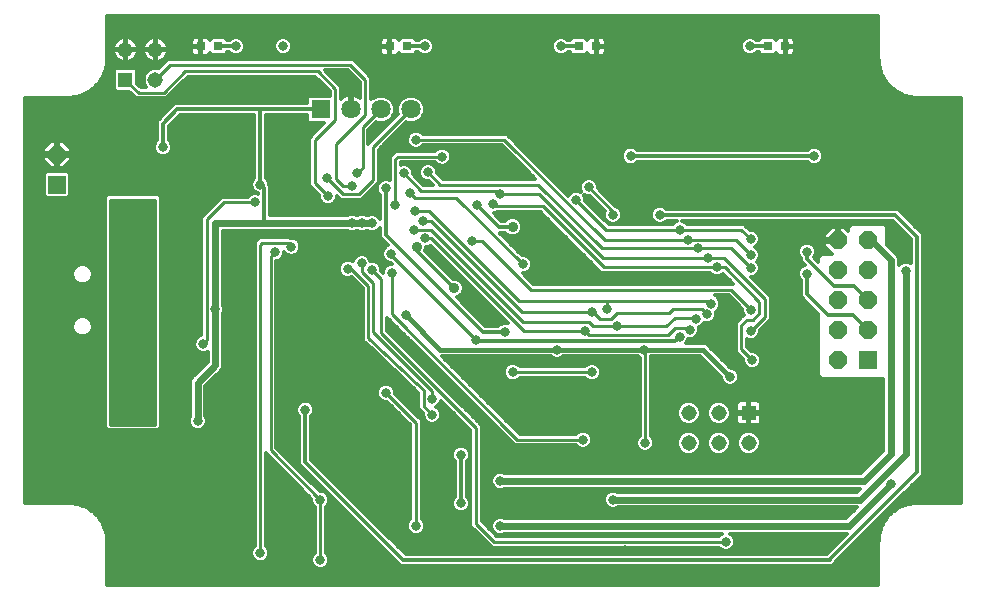
<source format=gbl>
G75*
%MOIN*%
%OFA0B0*%
%FSLAX25Y25*%
%IPPOS*%
%LPD*%
%AMOC8*
5,1,8,0,0,1.08239X$1,22.5*
%
%ADD10R,0.03150X0.03150*%
%ADD11R,0.06000X0.06000*%
%ADD12OC8,0.06000*%
%ADD13R,0.05150X0.05150*%
%ADD14C,0.05150*%
%ADD15R,0.06425X0.06425*%
%ADD16C,0.06425*%
%ADD17C,0.03200*%
%ADD18C,0.01200*%
%ADD19C,0.02400*%
%ADD20C,0.01000*%
%ADD21C,0.01600*%
%ADD22C,0.03500*%
D10*
X0114220Y0235814D03*
X0120126Y0235814D03*
X0177213Y0235814D03*
X0183118Y0235814D03*
X0240205Y0235814D03*
X0246110Y0235814D03*
X0303197Y0235814D03*
X0309102Y0235814D03*
D11*
X0336740Y0131168D03*
X0066369Y0189711D03*
D12*
X0066369Y0199711D03*
X0326740Y0171168D03*
X0336740Y0171168D03*
X0336740Y0161168D03*
X0326740Y0161168D03*
X0326740Y0151168D03*
X0336740Y0151168D03*
X0336740Y0141168D03*
X0326740Y0141168D03*
X0326740Y0131168D03*
D13*
X0296931Y0113611D03*
X0089181Y0224711D03*
D14*
X0099181Y0224711D03*
X0099181Y0234711D03*
X0089181Y0234711D03*
X0276931Y0113611D03*
X0286931Y0113611D03*
X0286931Y0103611D03*
X0276931Y0103611D03*
X0296931Y0103611D03*
D15*
X0154281Y0214811D03*
D16*
X0164281Y0214811D03*
X0174281Y0214811D03*
X0184281Y0214811D03*
D17*
X0186056Y0204711D03*
X0194806Y0199086D03*
X0197619Y0201899D03*
X0190119Y0193774D03*
X0181994Y0193461D03*
X0184081Y0187011D03*
X0179181Y0182836D03*
X0176056Y0188461D03*
X0166369Y0193461D03*
X0164806Y0189399D03*
X0156369Y0191899D03*
X0156681Y0185961D03*
X0164708Y0176916D03*
X0168118Y0176916D03*
X0171465Y0176837D03*
X0159806Y0172836D03*
X0144494Y0169086D03*
X0139181Y0167211D03*
X0153244Y0158461D03*
X0163244Y0161586D03*
X0167931Y0163461D03*
X0171369Y0161274D03*
X0177931Y0160336D03*
X0177769Y0166636D03*
X0189181Y0171899D03*
X0185431Y0174711D03*
X0188244Y0177524D03*
X0185744Y0180961D03*
X0206369Y0182836D03*
X0211681Y0183149D03*
X0213869Y0186586D03*
X0220781Y0194361D03*
X0225681Y0201711D03*
X0235119Y0196274D03*
X0243556Y0188774D03*
X0239494Y0184711D03*
X0251681Y0179711D03*
X0267331Y0179661D03*
X0271681Y0182836D03*
X0273869Y0174711D03*
X0276681Y0171274D03*
X0280119Y0168461D03*
X0283244Y0165336D03*
X0286369Y0162211D03*
X0297619Y0161899D03*
X0297619Y0166274D03*
X0297619Y0171586D03*
X0316331Y0167411D03*
X0316331Y0160061D03*
X0297669Y0148099D03*
X0297619Y0140961D03*
X0289531Y0149211D03*
X0284494Y0150024D03*
X0283020Y0146498D03*
X0279211Y0144994D03*
X0277306Y0141274D03*
X0273869Y0139086D03*
X0261994Y0134711D03*
X0252931Y0142524D03*
X0249806Y0148149D03*
X0244806Y0147211D03*
X0242306Y0140961D03*
X0232931Y0134711D03*
X0244806Y0127211D03*
X0218194Y0127211D03*
X0215744Y0140649D03*
X0206081Y0138011D03*
X0192931Y0126586D03*
X0182931Y0122524D03*
X0176056Y0120336D03*
X0162619Y0122524D03*
X0149181Y0114711D03*
X0141056Y0122211D03*
X0131056Y0122211D03*
X0119181Y0123461D03*
X0113244Y0110961D03*
X0105631Y0111061D03*
X0096681Y0112211D03*
X0096681Y0117211D03*
X0096681Y0122211D03*
X0086681Y0122211D03*
X0086681Y0117211D03*
X0086681Y0112211D03*
X0077306Y0137836D03*
X0073556Y0137836D03*
X0080994Y0140555D03*
X0077306Y0146899D03*
X0073556Y0146899D03*
X0092306Y0164711D03*
X0097306Y0164711D03*
X0097306Y0169711D03*
X0092306Y0169711D03*
X0092306Y0174711D03*
X0097306Y0174711D03*
X0097306Y0179711D03*
X0092306Y0179711D03*
X0116369Y0189086D03*
X0132306Y0183774D03*
X0134181Y0189711D03*
X0137931Y0200024D03*
X0101681Y0202261D03*
X0059081Y0216411D03*
X0126031Y0235814D03*
X0132581Y0243361D03*
X0141780Y0235814D03*
X0189024Y0235814D03*
X0210981Y0243361D03*
X0234299Y0235814D03*
X0210981Y0201711D03*
X0257531Y0199261D03*
X0218556Y0170336D03*
X0221681Y0163149D03*
X0236056Y0161586D03*
X0236369Y0168461D03*
X0204806Y0170961D03*
X0206081Y0152711D03*
X0182616Y0146210D03*
X0191381Y0118411D03*
X0191460Y0113058D03*
X0181681Y0109711D03*
X0192619Y0099399D03*
X0201056Y0099711D03*
X0214181Y0090961D03*
X0201056Y0083461D03*
X0192306Y0075961D03*
X0186056Y0075961D03*
X0186056Y0071274D03*
X0210981Y0059611D03*
X0214181Y0075961D03*
X0182619Y0094711D03*
X0159181Y0092211D03*
X0154181Y0084711D03*
X0159531Y0071861D03*
X0148556Y0071586D03*
X0154181Y0064711D03*
X0134181Y0066896D03*
X0132581Y0059611D03*
X0086031Y0059611D03*
X0059081Y0086561D03*
X0115119Y0136586D03*
X0102931Y0139086D03*
X0102869Y0143274D03*
X0102931Y0147211D03*
X0119181Y0148149D03*
X0131056Y0149086D03*
X0124991Y0165120D03*
X0225681Y0101261D03*
X0241681Y0104711D03*
X0262431Y0103711D03*
X0251661Y0084711D03*
X0255719Y0067824D03*
X0289381Y0070661D03*
X0289381Y0059611D03*
X0335931Y0059611D03*
X0365331Y0086561D03*
X0344331Y0089861D03*
X0290744Y0125649D03*
X0298094Y0131186D03*
X0270756Y0125886D03*
X0349281Y0161011D03*
X0365331Y0150261D03*
X0318781Y0199261D03*
X0365331Y0213961D03*
X0335931Y0243361D03*
X0297291Y0235814D03*
X0289381Y0243361D03*
D18*
X0083140Y0069937D02*
X0083140Y0056311D01*
X0340183Y0056311D01*
X0340183Y0069937D01*
X0340145Y0069981D01*
X0340183Y0070509D01*
X0340183Y0071039D01*
X0340223Y0071080D01*
X0340273Y0071775D01*
X0340212Y0071871D01*
X0340314Y0072340D01*
X0340348Y0072819D01*
X0340434Y0072893D01*
X0340594Y0073629D01*
X0340547Y0073733D01*
X0340714Y0074182D01*
X0340816Y0074651D01*
X0340912Y0074713D01*
X0341175Y0075419D01*
X0341143Y0075528D01*
X0341373Y0075949D01*
X0341541Y0076398D01*
X0341645Y0076446D01*
X0342006Y0077107D01*
X0341989Y0077220D01*
X0342277Y0077604D01*
X0342507Y0078025D01*
X0342616Y0078057D01*
X0343068Y0078660D01*
X0343068Y0078774D01*
X0343407Y0079113D01*
X0343694Y0079497D01*
X0343807Y0079513D01*
X0344340Y0080046D01*
X0344356Y0080159D01*
X0344740Y0080446D01*
X0345079Y0080786D01*
X0345193Y0080786D01*
X0345796Y0081237D01*
X0345828Y0081346D01*
X0346249Y0081576D01*
X0346633Y0081864D01*
X0346746Y0081848D01*
X0347407Y0082209D01*
X0347455Y0082312D01*
X0347904Y0082480D01*
X0348325Y0082710D01*
X0348435Y0082678D01*
X0349140Y0082941D01*
X0349202Y0083037D01*
X0349671Y0083139D01*
X0350120Y0083306D01*
X0350224Y0083259D01*
X0350960Y0083419D01*
X0351035Y0083505D01*
X0351513Y0083540D01*
X0351982Y0083642D01*
X0352078Y0083580D01*
X0352773Y0083630D01*
X0352814Y0083670D01*
X0353344Y0083670D01*
X0353872Y0083708D01*
X0353916Y0083670D01*
X0367542Y0083670D01*
X0367542Y0218666D01*
X0353916Y0218666D01*
X0353872Y0218628D01*
X0353344Y0218666D01*
X0352814Y0218666D01*
X0352773Y0218707D01*
X0352078Y0218756D01*
X0351982Y0218695D01*
X0351513Y0218797D01*
X0351035Y0218831D01*
X0350960Y0218917D01*
X0350224Y0219077D01*
X0350120Y0219030D01*
X0349671Y0219197D01*
X0349202Y0219299D01*
X0349140Y0219395D01*
X0348435Y0219659D01*
X0348325Y0219626D01*
X0347904Y0219856D01*
X0347455Y0220024D01*
X0347407Y0220128D01*
X0346746Y0220489D01*
X0346633Y0220472D01*
X0346249Y0220760D01*
X0345828Y0220990D01*
X0345796Y0221099D01*
X0345193Y0221551D01*
X0345079Y0221551D01*
X0344740Y0221890D01*
X0344356Y0222177D01*
X0344340Y0222290D01*
X0343807Y0222823D01*
X0343694Y0222839D01*
X0343407Y0223223D01*
X0343068Y0223562D01*
X0343068Y0223676D01*
X0342616Y0224279D01*
X0342507Y0224311D01*
X0342277Y0224732D01*
X0341989Y0225116D01*
X0342006Y0225229D01*
X0341645Y0225890D01*
X0341541Y0225938D01*
X0341373Y0226387D01*
X0341143Y0226808D01*
X0341175Y0226918D01*
X0340912Y0227623D01*
X0340816Y0227685D01*
X0340714Y0228154D01*
X0340547Y0228603D01*
X0340594Y0228707D01*
X0340434Y0229443D01*
X0340348Y0229518D01*
X0340314Y0229996D01*
X0340212Y0230465D01*
X0340273Y0230561D01*
X0340223Y0231256D01*
X0340183Y0231297D01*
X0340183Y0231827D01*
X0340145Y0232355D01*
X0340183Y0232399D01*
X0340183Y0246025D01*
X0083140Y0246025D01*
X0083140Y0232399D01*
X0083178Y0232355D01*
X0083140Y0231827D01*
X0083140Y0231297D01*
X0083099Y0231256D01*
X0083050Y0230561D01*
X0083111Y0230465D01*
X0083009Y0229996D01*
X0082975Y0229518D01*
X0082889Y0229443D01*
X0082729Y0228707D01*
X0082776Y0228603D01*
X0082608Y0228154D01*
X0082506Y0227685D01*
X0082411Y0227623D01*
X0082147Y0226918D01*
X0082179Y0226808D01*
X0081950Y0226387D01*
X0081782Y0225938D01*
X0081678Y0225890D01*
X0081317Y0225229D01*
X0081333Y0225116D01*
X0081046Y0224732D01*
X0080816Y0224311D01*
X0080707Y0224279D01*
X0080255Y0223676D01*
X0080255Y0223562D01*
X0079916Y0223223D01*
X0079629Y0222839D01*
X0079516Y0222823D01*
X0078983Y0222290D01*
X0078967Y0222177D01*
X0078583Y0221890D01*
X0078244Y0221551D01*
X0078130Y0221551D01*
X0077527Y0221099D01*
X0077495Y0220990D01*
X0077073Y0220760D01*
X0076689Y0220472D01*
X0076577Y0220489D01*
X0075916Y0220128D01*
X0075868Y0220024D01*
X0075419Y0219856D01*
X0074998Y0219626D01*
X0074888Y0219659D01*
X0074183Y0219395D01*
X0074121Y0219299D01*
X0073652Y0219197D01*
X0073203Y0219030D01*
X0073099Y0219077D01*
X0072363Y0218917D01*
X0072288Y0218831D01*
X0071810Y0218797D01*
X0071341Y0218695D01*
X0071245Y0218756D01*
X0070550Y0218707D01*
X0070509Y0218666D01*
X0069979Y0218666D01*
X0069451Y0218628D01*
X0069407Y0218666D01*
X0055781Y0218666D01*
X0055781Y0083670D01*
X0069407Y0083670D01*
X0069451Y0083708D01*
X0069979Y0083670D01*
X0070509Y0083670D01*
X0070550Y0083630D01*
X0071245Y0083580D01*
X0071341Y0083642D01*
X0071810Y0083540D01*
X0072288Y0083505D01*
X0072363Y0083419D01*
X0073099Y0083259D01*
X0073203Y0083306D01*
X0073652Y0083139D01*
X0074121Y0083037D01*
X0074183Y0082941D01*
X0074888Y0082678D01*
X0074998Y0082710D01*
X0075419Y0082480D01*
X0075868Y0082312D01*
X0075916Y0082209D01*
X0076577Y0081848D01*
X0076689Y0081864D01*
X0077073Y0081576D01*
X0077495Y0081346D01*
X0077527Y0081237D01*
X0078130Y0080786D01*
X0078244Y0080786D01*
X0078583Y0080446D01*
X0078967Y0080159D01*
X0078983Y0080046D01*
X0079516Y0079513D01*
X0079629Y0079497D01*
X0079916Y0079113D01*
X0080255Y0078774D01*
X0080255Y0078660D01*
X0080707Y0078057D01*
X0080816Y0078025D01*
X0081046Y0077604D01*
X0081333Y0077220D01*
X0081317Y0077107D01*
X0081678Y0076446D01*
X0081782Y0076398D01*
X0081950Y0075949D01*
X0082179Y0075528D01*
X0082147Y0075419D01*
X0082411Y0074713D01*
X0082506Y0074651D01*
X0082608Y0074182D01*
X0082776Y0073733D01*
X0082729Y0073629D01*
X0082889Y0072893D01*
X0082975Y0072819D01*
X0083009Y0072340D01*
X0083111Y0071871D01*
X0083050Y0071775D01*
X0083099Y0071080D01*
X0083140Y0071039D01*
X0083140Y0070509D01*
X0083178Y0069981D01*
X0083140Y0069937D01*
X0083156Y0070292D02*
X0132281Y0070292D01*
X0132281Y0069239D02*
X0131638Y0068596D01*
X0131181Y0067493D01*
X0131181Y0066300D01*
X0131638Y0065197D01*
X0132482Y0064353D01*
X0133584Y0063896D01*
X0134778Y0063896D01*
X0135880Y0064353D01*
X0136724Y0065197D01*
X0137181Y0066300D01*
X0137181Y0067493D01*
X0136724Y0068596D01*
X0136081Y0069239D01*
X0136081Y0100124D01*
X0151181Y0085024D01*
X0151181Y0084115D01*
X0151638Y0083012D01*
X0152281Y0082369D01*
X0152281Y0067054D01*
X0151638Y0066411D01*
X0151181Y0065308D01*
X0151181Y0064115D01*
X0151638Y0063012D01*
X0152482Y0062168D01*
X0153584Y0061711D01*
X0154778Y0061711D01*
X0155880Y0062168D01*
X0156724Y0063012D01*
X0157181Y0064115D01*
X0157181Y0065308D01*
X0156724Y0066411D01*
X0156081Y0067054D01*
X0156081Y0082369D01*
X0156724Y0083012D01*
X0157181Y0084115D01*
X0157181Y0085308D01*
X0156724Y0086411D01*
X0155880Y0087255D01*
X0154778Y0087711D01*
X0153868Y0087711D01*
X0139519Y0102061D01*
X0139519Y0164211D01*
X0139778Y0164211D01*
X0140880Y0164668D01*
X0141724Y0165512D01*
X0142181Y0166615D01*
X0142181Y0167156D01*
X0142794Y0166543D01*
X0143897Y0166086D01*
X0145090Y0166086D01*
X0146193Y0166543D01*
X0147037Y0167387D01*
X0147494Y0168490D01*
X0147494Y0169683D01*
X0147037Y0170786D01*
X0146193Y0171630D01*
X0145090Y0172086D01*
X0144181Y0172086D01*
X0144031Y0172236D01*
X0134019Y0172236D01*
X0133394Y0171611D01*
X0132281Y0170498D01*
X0132281Y0069239D01*
X0132136Y0069094D02*
X0083140Y0069094D01*
X0083140Y0067895D02*
X0131348Y0067895D01*
X0131181Y0066697D02*
X0083140Y0066697D01*
X0083140Y0065498D02*
X0131513Y0065498D01*
X0132611Y0064299D02*
X0083140Y0064299D01*
X0083140Y0063101D02*
X0151601Y0063101D01*
X0151181Y0064299D02*
X0135751Y0064299D01*
X0136849Y0065498D02*
X0151260Y0065498D01*
X0151924Y0066697D02*
X0137181Y0066697D01*
X0137015Y0067895D02*
X0152281Y0067895D01*
X0152281Y0069094D02*
X0136227Y0069094D01*
X0136081Y0070292D02*
X0152281Y0070292D01*
X0152281Y0071491D02*
X0136081Y0071491D01*
X0136081Y0072689D02*
X0152281Y0072689D01*
X0152281Y0073888D02*
X0136081Y0073888D01*
X0136081Y0075086D02*
X0152281Y0075086D01*
X0152281Y0076285D02*
X0136081Y0076285D01*
X0136081Y0077483D02*
X0152281Y0077483D01*
X0152281Y0078682D02*
X0136081Y0078682D01*
X0136081Y0079880D02*
X0152281Y0079880D01*
X0152281Y0081079D02*
X0136081Y0081079D01*
X0136081Y0082277D02*
X0152281Y0082277D01*
X0151446Y0083476D02*
X0136081Y0083476D01*
X0136081Y0084674D02*
X0151181Y0084674D01*
X0150333Y0085873D02*
X0136081Y0085873D01*
X0136081Y0087071D02*
X0149134Y0087071D01*
X0147936Y0088270D02*
X0136081Y0088270D01*
X0136081Y0089468D02*
X0146737Y0089468D01*
X0145539Y0090667D02*
X0136081Y0090667D01*
X0136081Y0091865D02*
X0144340Y0091865D01*
X0143142Y0093064D02*
X0136081Y0093064D01*
X0136081Y0094262D02*
X0141943Y0094262D01*
X0140745Y0095461D02*
X0136081Y0095461D01*
X0136081Y0096659D02*
X0139546Y0096659D01*
X0138348Y0097858D02*
X0136081Y0097858D01*
X0136081Y0099056D02*
X0137149Y0099056D01*
X0140126Y0101453D02*
X0147181Y0101453D01*
X0147181Y0100255D02*
X0141325Y0100255D01*
X0142523Y0099056D02*
X0147181Y0099056D01*
X0147181Y0097858D02*
X0143722Y0097858D01*
X0144920Y0096659D02*
X0147181Y0096659D01*
X0147181Y0096433D02*
X0148353Y0095261D01*
X0179731Y0063883D01*
X0180903Y0062711D01*
X0325010Y0062711D01*
X0326181Y0063883D01*
X0326181Y0064183D01*
X0353910Y0091911D01*
X0355081Y0093083D01*
X0355081Y0173140D01*
X0347731Y0180490D01*
X0346560Y0181661D01*
X0269574Y0181661D01*
X0269030Y0182205D01*
X0267928Y0182661D01*
X0266734Y0182661D01*
X0265632Y0182205D01*
X0264788Y0181361D01*
X0264331Y0180258D01*
X0264331Y0179065D01*
X0264788Y0177962D01*
X0265632Y0177118D01*
X0266734Y0176661D01*
X0267928Y0176661D01*
X0269030Y0177118D01*
X0269574Y0177661D01*
X0273151Y0177661D01*
X0272169Y0177255D01*
X0271526Y0176611D01*
X0250281Y0176611D01*
X0242494Y0184398D01*
X0242494Y0185308D01*
X0242164Y0186103D01*
X0242959Y0185774D01*
X0243869Y0185774D01*
X0248873Y0180770D01*
X0248681Y0180308D01*
X0248681Y0179115D01*
X0249138Y0178012D01*
X0249982Y0177168D01*
X0251084Y0176711D01*
X0252278Y0176711D01*
X0253380Y0177168D01*
X0254224Y0178012D01*
X0254681Y0179115D01*
X0254681Y0180308D01*
X0254224Y0181411D01*
X0253380Y0182255D01*
X0252325Y0182692D01*
X0246556Y0188461D01*
X0246556Y0189371D01*
X0246099Y0190473D01*
X0245255Y0191317D01*
X0244153Y0191774D01*
X0242959Y0191774D01*
X0241857Y0191317D01*
X0241013Y0190473D01*
X0240556Y0189371D01*
X0240556Y0188177D01*
X0240885Y0187382D01*
X0240090Y0187711D01*
X0238897Y0187711D01*
X0237794Y0187255D01*
X0236950Y0186411D01*
X0236795Y0186035D01*
X0216218Y0206611D01*
X0188399Y0206611D01*
X0187755Y0207255D01*
X0186653Y0207711D01*
X0185459Y0207711D01*
X0184357Y0207255D01*
X0183513Y0206411D01*
X0183056Y0205308D01*
X0183056Y0204115D01*
X0183513Y0203012D01*
X0184357Y0202168D01*
X0185459Y0201711D01*
X0186653Y0201711D01*
X0187755Y0202168D01*
X0188399Y0202811D01*
X0214644Y0202811D01*
X0225844Y0191611D01*
X0194968Y0191611D01*
X0193119Y0193461D01*
X0193119Y0194371D01*
X0192662Y0195473D01*
X0191818Y0196317D01*
X0190715Y0196774D01*
X0189522Y0196774D01*
X0188419Y0196317D01*
X0187575Y0195473D01*
X0187119Y0194371D01*
X0187119Y0193177D01*
X0187575Y0192075D01*
X0188419Y0191231D01*
X0189522Y0190774D01*
X0190432Y0190774D01*
X0191563Y0189643D01*
X0188499Y0189643D01*
X0184994Y0193148D01*
X0184994Y0194058D01*
X0184537Y0195161D01*
X0183693Y0196005D01*
X0182590Y0196461D01*
X0181397Y0196461D01*
X0181081Y0196331D01*
X0181081Y0197186D01*
X0192463Y0197186D01*
X0193107Y0196543D01*
X0194209Y0196086D01*
X0195403Y0196086D01*
X0196505Y0196543D01*
X0197349Y0197387D01*
X0197806Y0198490D01*
X0197806Y0199683D01*
X0197349Y0200786D01*
X0196505Y0201630D01*
X0195403Y0202086D01*
X0194209Y0202086D01*
X0193107Y0201630D01*
X0192463Y0200986D01*
X0179332Y0200986D01*
X0177281Y0198936D01*
X0177281Y0191201D01*
X0176653Y0191461D01*
X0175459Y0191461D01*
X0174357Y0191005D01*
X0173513Y0190161D01*
X0173056Y0189058D01*
X0173056Y0187865D01*
X0173513Y0186762D01*
X0174056Y0186219D01*
X0174056Y0178420D01*
X0174008Y0178537D01*
X0173164Y0179381D01*
X0172061Y0179837D01*
X0170868Y0179837D01*
X0170092Y0179516D01*
X0169681Y0179516D01*
X0168715Y0179916D01*
X0167521Y0179916D01*
X0166556Y0179516D01*
X0166269Y0179516D01*
X0165304Y0179916D01*
X0164111Y0179916D01*
X0163146Y0179516D01*
X0137431Y0179516D01*
X0137431Y0189290D01*
X0137181Y0189540D01*
X0137181Y0190308D01*
X0136724Y0191411D01*
X0136181Y0191954D01*
X0136181Y0212811D01*
X0149669Y0212811D01*
X0149669Y0211019D01*
X0150489Y0210199D01*
X0155369Y0210199D01*
X0150406Y0205236D01*
X0150406Y0189549D01*
X0153681Y0186274D01*
X0153681Y0185365D01*
X0154138Y0184262D01*
X0154982Y0183418D01*
X0156084Y0182961D01*
X0157278Y0182961D01*
X0158380Y0183418D01*
X0159224Y0184262D01*
X0159681Y0185365D01*
X0159681Y0185899D01*
X0159781Y0185799D01*
X0160894Y0184686D01*
X0167781Y0184686D01*
X0172468Y0189374D01*
X0173581Y0190487D01*
X0173581Y0201424D01*
X0182651Y0210494D01*
X0183364Y0210199D01*
X0185199Y0210199D01*
X0186894Y0210901D01*
X0188191Y0212199D01*
X0188894Y0213894D01*
X0188894Y0215729D01*
X0188191Y0217424D01*
X0186894Y0218722D01*
X0185199Y0219424D01*
X0183364Y0219424D01*
X0181668Y0218722D01*
X0180371Y0217424D01*
X0179669Y0215729D01*
X0179669Y0213894D01*
X0179964Y0213181D01*
X0170894Y0204111D01*
X0170144Y0203361D01*
X0170144Y0207987D01*
X0172651Y0210494D01*
X0173364Y0210199D01*
X0175199Y0210199D01*
X0176894Y0210901D01*
X0178191Y0212199D01*
X0178894Y0213894D01*
X0178894Y0215729D01*
X0178191Y0217424D01*
X0176894Y0218722D01*
X0175199Y0219424D01*
X0173364Y0219424D01*
X0171668Y0218722D01*
X0171081Y0218135D01*
X0171081Y0225498D01*
X0164968Y0231611D01*
X0103394Y0231611D01*
X0102281Y0230498D01*
X0100323Y0228541D01*
X0099972Y0228686D01*
X0098390Y0228686D01*
X0096930Y0228081D01*
X0095811Y0226963D01*
X0095206Y0225502D01*
X0095206Y0223921D01*
X0095811Y0222460D01*
X0096035Y0222236D01*
X0094343Y0222236D01*
X0093156Y0223424D01*
X0093156Y0227866D01*
X0092336Y0228686D01*
X0086026Y0228686D01*
X0085206Y0227866D01*
X0085206Y0221557D01*
X0086026Y0220737D01*
X0090469Y0220737D01*
X0091656Y0219549D01*
X0092769Y0218436D01*
X0102781Y0218436D01*
X0109968Y0225624D01*
X0152457Y0225624D01*
X0157281Y0220799D01*
X0157281Y0219424D01*
X0150489Y0219424D01*
X0149669Y0218604D01*
X0149669Y0216811D01*
X0105653Y0216811D01*
X0104481Y0215640D01*
X0104481Y0215640D01*
X0099681Y0210840D01*
X0099681Y0204504D01*
X0099138Y0203961D01*
X0098681Y0202858D01*
X0098681Y0201665D01*
X0099138Y0200562D01*
X0099982Y0199718D01*
X0101084Y0199261D01*
X0102278Y0199261D01*
X0103380Y0199718D01*
X0104224Y0200562D01*
X0104681Y0201665D01*
X0104681Y0202858D01*
X0104224Y0203961D01*
X0103681Y0204504D01*
X0103681Y0209183D01*
X0107310Y0212811D01*
X0132181Y0212811D01*
X0132181Y0191954D01*
X0131638Y0191411D01*
X0131181Y0190308D01*
X0131181Y0189115D01*
X0131638Y0188012D01*
X0132482Y0187168D01*
X0133431Y0186775D01*
X0133431Y0186555D01*
X0132903Y0186774D01*
X0131709Y0186774D01*
X0130607Y0186317D01*
X0129963Y0185674D01*
X0121207Y0185674D01*
X0115582Y0180049D01*
X0114469Y0178936D01*
X0114469Y0139564D01*
X0113419Y0139130D01*
X0112575Y0138286D01*
X0112119Y0137183D01*
X0112119Y0135990D01*
X0112575Y0134887D01*
X0113419Y0134043D01*
X0114522Y0133586D01*
X0115715Y0133586D01*
X0116581Y0133945D01*
X0116581Y0130688D01*
X0111039Y0125147D01*
X0110644Y0124191D01*
X0110644Y0112524D01*
X0110244Y0111558D01*
X0110244Y0110365D01*
X0110700Y0109262D01*
X0111544Y0108418D01*
X0112647Y0107961D01*
X0113840Y0107961D01*
X0114943Y0108418D01*
X0115787Y0109262D01*
X0116244Y0110365D01*
X0116244Y0111558D01*
X0115844Y0112524D01*
X0115844Y0122597D01*
X0120654Y0127407D01*
X0121385Y0128139D01*
X0121781Y0129094D01*
X0121781Y0146586D01*
X0122181Y0147552D01*
X0122181Y0148746D01*
X0121781Y0149711D01*
X0121781Y0174316D01*
X0163144Y0174316D01*
X0164111Y0173916D01*
X0165304Y0173916D01*
X0166271Y0174316D01*
X0166556Y0174316D01*
X0167521Y0173916D01*
X0168715Y0173916D01*
X0169681Y0174316D01*
X0169743Y0174316D01*
X0169765Y0174294D01*
X0170868Y0173837D01*
X0172061Y0173837D01*
X0173164Y0174294D01*
X0174008Y0175138D01*
X0174056Y0175255D01*
X0174056Y0172108D01*
X0176716Y0169448D01*
X0176069Y0169180D01*
X0175225Y0168336D01*
X0174769Y0167233D01*
X0174769Y0166040D01*
X0175225Y0164937D01*
X0176069Y0164093D01*
X0177172Y0163636D01*
X0177628Y0163636D01*
X0177928Y0163336D01*
X0177334Y0163336D01*
X0176232Y0162880D01*
X0175388Y0162036D01*
X0174931Y0160933D01*
X0174931Y0160398D01*
X0174369Y0160961D01*
X0174369Y0161871D01*
X0173912Y0162973D01*
X0173068Y0163817D01*
X0171965Y0164274D01*
X0170842Y0164274D01*
X0170474Y0165161D01*
X0169630Y0166005D01*
X0168528Y0166461D01*
X0167334Y0166461D01*
X0166232Y0166005D01*
X0165388Y0165161D01*
X0164956Y0164117D01*
X0164943Y0164130D01*
X0163840Y0164586D01*
X0162647Y0164586D01*
X0161544Y0164130D01*
X0160700Y0163286D01*
X0160244Y0162183D01*
X0160244Y0160990D01*
X0160700Y0159887D01*
X0161544Y0159043D01*
X0162647Y0158586D01*
X0163840Y0158586D01*
X0164524Y0158869D01*
X0168219Y0155174D01*
X0168219Y0139426D01*
X0168195Y0139401D01*
X0168219Y0138644D01*
X0168219Y0137887D01*
X0168243Y0137862D01*
X0168244Y0137827D01*
X0168796Y0137309D01*
X0169332Y0136774D01*
X0169366Y0136774D01*
X0185159Y0121947D01*
X0186719Y0120387D01*
X0186719Y0115112D01*
X0188460Y0113371D01*
X0188460Y0112461D01*
X0188916Y0111358D01*
X0189760Y0110515D01*
X0190863Y0110058D01*
X0192056Y0110058D01*
X0193159Y0110515D01*
X0194003Y0111358D01*
X0194460Y0112461D01*
X0194460Y0113655D01*
X0194003Y0114757D01*
X0193159Y0115601D01*
X0192797Y0115751D01*
X0193080Y0115868D01*
X0193924Y0116712D01*
X0194325Y0117680D01*
X0204181Y0107824D01*
X0204181Y0075974D01*
X0210281Y0069874D01*
X0211394Y0068761D01*
X0287038Y0068761D01*
X0287682Y0068118D01*
X0288784Y0067661D01*
X0289978Y0067661D01*
X0291080Y0068118D01*
X0291924Y0068962D01*
X0292381Y0070065D01*
X0292381Y0071258D01*
X0291924Y0072361D01*
X0291080Y0073205D01*
X0290702Y0073361D01*
X0329703Y0073361D01*
X0323053Y0066711D01*
X0182560Y0066711D01*
X0151181Y0098090D01*
X0151181Y0112469D01*
X0151724Y0113012D01*
X0152181Y0114115D01*
X0152181Y0115308D01*
X0151724Y0116411D01*
X0150880Y0117255D01*
X0149778Y0117711D01*
X0148584Y0117711D01*
X0147482Y0117255D01*
X0146638Y0116411D01*
X0146181Y0115308D01*
X0146181Y0114115D01*
X0146638Y0113012D01*
X0147181Y0112469D01*
X0147181Y0096433D01*
X0148153Y0095461D02*
X0146119Y0095461D01*
X0147317Y0094262D02*
X0149352Y0094262D01*
X0148353Y0095261D02*
X0148353Y0095261D01*
X0149181Y0097261D02*
X0181731Y0064711D01*
X0324181Y0064711D01*
X0324181Y0065011D01*
X0353081Y0093911D01*
X0353081Y0172311D01*
X0345731Y0179661D01*
X0267331Y0179661D01*
X0265181Y0181754D02*
X0253882Y0181754D01*
X0254579Y0180555D02*
X0264454Y0180555D01*
X0264331Y0179357D02*
X0254681Y0179357D01*
X0254285Y0178158D02*
X0264707Y0178158D01*
X0266015Y0176960D02*
X0252877Y0176960D01*
X0250485Y0176960D02*
X0249932Y0176960D01*
X0249077Y0178158D02*
X0248734Y0178158D01*
X0248681Y0179357D02*
X0247535Y0179357D01*
X0246337Y0180555D02*
X0248783Y0180555D01*
X0247889Y0181754D02*
X0245138Y0181754D01*
X0243940Y0182952D02*
X0246691Y0182952D01*
X0245492Y0184151D02*
X0242741Y0184151D01*
X0242477Y0185349D02*
X0244294Y0185349D01*
X0247271Y0187746D02*
X0367542Y0187746D01*
X0367542Y0186548D02*
X0248469Y0186548D01*
X0249668Y0185349D02*
X0367542Y0185349D01*
X0367542Y0184151D02*
X0250866Y0184151D01*
X0252065Y0182952D02*
X0367542Y0182952D01*
X0367542Y0181754D02*
X0269482Y0181754D01*
X0268648Y0176960D02*
X0271874Y0176960D01*
X0274586Y0177661D02*
X0344903Y0177661D01*
X0351081Y0171483D01*
X0351081Y0163454D01*
X0350980Y0163555D01*
X0349878Y0164011D01*
X0348684Y0164011D01*
X0347582Y0163555D01*
X0346881Y0162854D01*
X0346881Y0165229D01*
X0346485Y0166184D01*
X0343181Y0169488D01*
X0343181Y0175540D01*
X0342010Y0176711D01*
X0331328Y0176711D01*
X0330156Y0175540D01*
X0330156Y0174258D01*
X0328646Y0175768D01*
X0327140Y0175768D01*
X0327140Y0171568D01*
X0326340Y0171568D01*
X0326340Y0170768D01*
X0322140Y0170768D01*
X0322140Y0169263D01*
X0324691Y0166711D01*
X0321328Y0166711D01*
X0320156Y0165540D01*
X0320156Y0164065D01*
X0318692Y0165529D01*
X0318874Y0165712D01*
X0319331Y0166815D01*
X0319331Y0168008D01*
X0318874Y0169111D01*
X0318030Y0169955D01*
X0316928Y0170411D01*
X0315734Y0170411D01*
X0314632Y0169955D01*
X0313788Y0169111D01*
X0313331Y0168008D01*
X0313331Y0166815D01*
X0313788Y0165712D01*
X0314331Y0165169D01*
X0314331Y0164233D01*
X0315571Y0162994D01*
X0314632Y0162605D01*
X0313788Y0161761D01*
X0313331Y0160658D01*
X0313331Y0159465D01*
X0313788Y0158362D01*
X0314331Y0157819D01*
X0314331Y0152358D01*
X0320156Y0146533D01*
X0320156Y0126158D01*
X0321328Y0124986D01*
X0341681Y0124986D01*
X0341681Y0100888D01*
X0334354Y0093561D01*
X0215744Y0093561D01*
X0214778Y0093961D01*
X0213584Y0093961D01*
X0212482Y0093505D01*
X0211638Y0092661D01*
X0211181Y0091558D01*
X0211181Y0090365D01*
X0211638Y0089262D01*
X0212482Y0088418D01*
X0213584Y0087961D01*
X0214778Y0087961D01*
X0215744Y0088361D01*
X0334154Y0088361D01*
X0333104Y0087311D01*
X0253224Y0087311D01*
X0252258Y0087711D01*
X0251065Y0087711D01*
X0249962Y0087255D01*
X0249118Y0086411D01*
X0248661Y0085308D01*
X0248661Y0084115D01*
X0249118Y0083012D01*
X0249962Y0082168D01*
X0251065Y0081711D01*
X0252258Y0081711D01*
X0253224Y0082111D01*
X0332904Y0082111D01*
X0329354Y0078561D01*
X0215744Y0078561D01*
X0214778Y0078961D01*
X0213584Y0078961D01*
X0212482Y0078505D01*
X0211638Y0077661D01*
X0211181Y0076558D01*
X0211181Y0075365D01*
X0211638Y0074262D01*
X0212482Y0073418D01*
X0213584Y0072961D01*
X0214778Y0072961D01*
X0215744Y0073361D01*
X0288060Y0073361D01*
X0287682Y0073205D01*
X0287038Y0072561D01*
X0212968Y0072561D01*
X0207981Y0077548D01*
X0207981Y0109398D01*
X0206868Y0110511D01*
X0176394Y0140986D01*
X0176394Y0145412D01*
X0217881Y0103924D01*
X0218994Y0102811D01*
X0239338Y0102811D01*
X0239982Y0102168D01*
X0241084Y0101711D01*
X0242278Y0101711D01*
X0243380Y0102168D01*
X0244224Y0103012D01*
X0244681Y0104115D01*
X0244681Y0105308D01*
X0244224Y0106411D01*
X0243380Y0107255D01*
X0242278Y0107711D01*
X0241084Y0107711D01*
X0239982Y0107255D01*
X0239338Y0106611D01*
X0220568Y0106611D01*
X0194668Y0132511D01*
X0230888Y0132511D01*
X0231232Y0132168D01*
X0232334Y0131711D01*
X0233528Y0131711D01*
X0234630Y0132168D01*
X0234974Y0132511D01*
X0259951Y0132511D01*
X0260294Y0132168D01*
X0260531Y0132070D01*
X0260531Y0106054D01*
X0259888Y0105411D01*
X0259431Y0104308D01*
X0259431Y0103115D01*
X0259888Y0102012D01*
X0260732Y0101168D01*
X0261834Y0100711D01*
X0263028Y0100711D01*
X0264130Y0101168D01*
X0264974Y0102012D01*
X0265431Y0103115D01*
X0265431Y0104308D01*
X0264974Y0105411D01*
X0264331Y0106054D01*
X0264331Y0132511D01*
X0280770Y0132511D01*
X0287744Y0125538D01*
X0287744Y0125052D01*
X0288200Y0123950D01*
X0289044Y0123106D01*
X0290147Y0122649D01*
X0291340Y0122649D01*
X0292443Y0123106D01*
X0293287Y0123950D01*
X0293744Y0125052D01*
X0293744Y0126246D01*
X0293287Y0127348D01*
X0292443Y0128192D01*
X0291340Y0128649D01*
X0290855Y0128649D01*
X0282592Y0136911D01*
X0275936Y0136911D01*
X0276412Y0137387D01*
X0276779Y0138274D01*
X0277903Y0138274D01*
X0279005Y0138731D01*
X0279849Y0139575D01*
X0280306Y0140677D01*
X0280306Y0141871D01*
X0280189Y0142153D01*
X0280910Y0142451D01*
X0281754Y0143295D01*
X0281924Y0143705D01*
X0282423Y0143498D01*
X0283616Y0143498D01*
X0284719Y0143955D01*
X0285563Y0144798D01*
X0286020Y0145901D01*
X0286020Y0147095D01*
X0285909Y0147363D01*
X0286193Y0147481D01*
X0287037Y0148325D01*
X0287494Y0149427D01*
X0287494Y0150621D01*
X0287037Y0151723D01*
X0286193Y0152567D01*
X0285603Y0152811D01*
X0290269Y0152811D01*
X0294669Y0148412D01*
X0294669Y0147502D01*
X0295125Y0146400D01*
X0295248Y0146277D01*
X0294469Y0145498D01*
X0292594Y0143623D01*
X0292594Y0133999D01*
X0293707Y0132886D01*
X0295094Y0131499D01*
X0295094Y0130590D01*
X0295550Y0129487D01*
X0296394Y0128643D01*
X0297497Y0128186D01*
X0298690Y0128186D01*
X0299793Y0128643D01*
X0300637Y0129487D01*
X0301094Y0130590D01*
X0301094Y0131783D01*
X0300637Y0132886D01*
X0299793Y0133730D01*
X0298690Y0134186D01*
X0297781Y0134186D01*
X0296394Y0135573D01*
X0296394Y0138222D01*
X0297022Y0137961D01*
X0298215Y0137961D01*
X0299318Y0138418D01*
X0300162Y0139262D01*
X0300619Y0140365D01*
X0300619Y0141274D01*
X0304206Y0144862D01*
X0304206Y0152373D01*
X0303093Y0153486D01*
X0297681Y0158899D01*
X0298215Y0158899D01*
X0299318Y0159356D01*
X0300162Y0160200D01*
X0300619Y0161302D01*
X0300619Y0162496D01*
X0300162Y0163598D01*
X0299674Y0164086D01*
X0300162Y0164575D01*
X0300619Y0165677D01*
X0300619Y0166871D01*
X0300162Y0167973D01*
X0299318Y0168817D01*
X0299045Y0168930D01*
X0299318Y0169043D01*
X0300162Y0169887D01*
X0300619Y0170990D01*
X0300619Y0172183D01*
X0300162Y0173286D01*
X0299318Y0174130D01*
X0298215Y0174586D01*
X0297306Y0174586D01*
X0295281Y0176611D01*
X0276211Y0176611D01*
X0275568Y0177255D01*
X0274586Y0177661D01*
X0275863Y0176960D02*
X0345605Y0176960D01*
X0346803Y0175761D02*
X0342960Y0175761D01*
X0343181Y0174563D02*
X0348002Y0174563D01*
X0349200Y0173364D02*
X0343181Y0173364D01*
X0343181Y0172166D02*
X0350399Y0172166D01*
X0351081Y0170967D02*
X0343181Y0170967D01*
X0343181Y0169768D02*
X0351081Y0169768D01*
X0351081Y0168570D02*
X0344099Y0168570D01*
X0345298Y0167371D02*
X0351081Y0167371D01*
X0351081Y0166173D02*
X0346490Y0166173D01*
X0346881Y0164974D02*
X0351081Y0164974D01*
X0351081Y0163776D02*
X0350446Y0163776D01*
X0348116Y0163776D02*
X0346881Y0163776D01*
X0355081Y0163776D02*
X0367542Y0163776D01*
X0367542Y0164974D02*
X0355081Y0164974D01*
X0355081Y0166173D02*
X0367542Y0166173D01*
X0367542Y0167371D02*
X0355081Y0167371D01*
X0355081Y0168570D02*
X0367542Y0168570D01*
X0367542Y0169768D02*
X0355081Y0169768D01*
X0355081Y0170967D02*
X0367542Y0170967D01*
X0367542Y0172166D02*
X0355081Y0172166D01*
X0354857Y0173364D02*
X0367542Y0173364D01*
X0367542Y0174563D02*
X0353658Y0174563D01*
X0352460Y0175761D02*
X0367542Y0175761D01*
X0367542Y0176960D02*
X0351261Y0176960D01*
X0350063Y0178158D02*
X0367542Y0178158D01*
X0367542Y0179357D02*
X0348864Y0179357D01*
X0347666Y0180555D02*
X0367542Y0180555D01*
X0367542Y0188945D02*
X0246556Y0188945D01*
X0246236Y0190143D02*
X0367542Y0190143D01*
X0367542Y0191342D02*
X0245196Y0191342D01*
X0241916Y0191342D02*
X0231488Y0191342D01*
X0230289Y0192540D02*
X0367542Y0192540D01*
X0367542Y0193739D02*
X0229091Y0193739D01*
X0227892Y0194937D02*
X0367542Y0194937D01*
X0367542Y0196136D02*
X0226694Y0196136D01*
X0225495Y0197334D02*
X0255216Y0197334D01*
X0254988Y0197562D02*
X0255832Y0196718D01*
X0256934Y0196261D01*
X0258128Y0196261D01*
X0259230Y0196718D01*
X0259774Y0197261D01*
X0316538Y0197261D01*
X0317082Y0196718D01*
X0318184Y0196261D01*
X0319378Y0196261D01*
X0320480Y0196718D01*
X0321324Y0197562D01*
X0321781Y0198665D01*
X0321781Y0199858D01*
X0321324Y0200961D01*
X0320480Y0201805D01*
X0319378Y0202261D01*
X0318184Y0202261D01*
X0317082Y0201805D01*
X0316538Y0201261D01*
X0259774Y0201261D01*
X0259230Y0201805D01*
X0258128Y0202261D01*
X0256934Y0202261D01*
X0255832Y0201805D01*
X0254988Y0200961D01*
X0254531Y0199858D01*
X0254531Y0198665D01*
X0254988Y0197562D01*
X0254586Y0198533D02*
X0224297Y0198533D01*
X0223098Y0199731D02*
X0254531Y0199731D01*
X0254975Y0200930D02*
X0221900Y0200930D01*
X0220701Y0202128D02*
X0256613Y0202128D01*
X0258449Y0202128D02*
X0317863Y0202128D01*
X0319699Y0202128D02*
X0367542Y0202128D01*
X0367542Y0200930D02*
X0321337Y0200930D01*
X0321781Y0199731D02*
X0367542Y0199731D01*
X0367542Y0198533D02*
X0321726Y0198533D01*
X0321097Y0197334D02*
X0367542Y0197334D01*
X0367542Y0203327D02*
X0219503Y0203327D01*
X0218304Y0204525D02*
X0367542Y0204525D01*
X0367542Y0205724D02*
X0217106Y0205724D01*
X0215327Y0202128D02*
X0187659Y0202128D01*
X0184453Y0202128D02*
X0174285Y0202128D01*
X0173581Y0200930D02*
X0179275Y0200930D01*
X0178076Y0199731D02*
X0173581Y0199731D01*
X0173581Y0198533D02*
X0177281Y0198533D01*
X0177281Y0197334D02*
X0173581Y0197334D01*
X0173581Y0196136D02*
X0177281Y0196136D01*
X0177281Y0194937D02*
X0173581Y0194937D01*
X0173581Y0193739D02*
X0177281Y0193739D01*
X0177281Y0192540D02*
X0173581Y0192540D01*
X0173581Y0191342D02*
X0175170Y0191342D01*
X0176942Y0191342D02*
X0177281Y0191342D01*
X0176056Y0188461D02*
X0176056Y0172936D01*
X0208344Y0140649D01*
X0215744Y0140649D01*
X0214549Y0143401D02*
X0208420Y0143401D01*
X0209172Y0142649D02*
X0199677Y0152144D01*
X0200515Y0152491D01*
X0201402Y0153377D01*
X0201881Y0154535D01*
X0201881Y0155788D01*
X0201402Y0156946D01*
X0200515Y0157832D01*
X0199358Y0158311D01*
X0198410Y0158311D01*
X0189150Y0167571D01*
X0189519Y0168460D01*
X0189519Y0168899D01*
X0189778Y0168899D01*
X0190880Y0169356D01*
X0190896Y0169372D01*
X0202281Y0157987D01*
X0216816Y0143452D01*
X0216340Y0143649D01*
X0215147Y0143649D01*
X0214044Y0143192D01*
X0213501Y0142649D01*
X0209172Y0142649D01*
X0207221Y0144600D02*
X0215668Y0144600D01*
X0214470Y0145798D02*
X0206023Y0145798D01*
X0204824Y0146997D02*
X0213271Y0146997D01*
X0212073Y0148195D02*
X0203626Y0148195D01*
X0202427Y0149394D02*
X0210874Y0149394D01*
X0209676Y0150592D02*
X0201229Y0150592D01*
X0200030Y0151791D02*
X0208477Y0151791D01*
X0207279Y0152989D02*
X0201014Y0152989D01*
X0201737Y0154188D02*
X0206080Y0154188D01*
X0204882Y0155386D02*
X0201881Y0155386D01*
X0201551Y0156585D02*
X0203683Y0156585D01*
X0202485Y0157783D02*
X0200564Y0157783D01*
X0201286Y0158982D02*
X0197739Y0158982D01*
X0196541Y0160180D02*
X0200088Y0160180D01*
X0198889Y0161379D02*
X0195342Y0161379D01*
X0194143Y0162577D02*
X0197691Y0162577D01*
X0196492Y0163776D02*
X0192945Y0163776D01*
X0191746Y0164974D02*
X0195294Y0164974D01*
X0194095Y0166173D02*
X0190548Y0166173D01*
X0189349Y0167371D02*
X0192897Y0167371D01*
X0191698Y0168570D02*
X0189519Y0168570D01*
X0186369Y0169086D02*
X0186369Y0167524D01*
X0198731Y0155161D01*
X0206081Y0138011D02*
X0177769Y0166324D01*
X0177769Y0166636D01*
X0176835Y0163776D02*
X0173109Y0163776D01*
X0174076Y0162577D02*
X0175929Y0162577D01*
X0175116Y0161379D02*
X0174369Y0161379D01*
X0175210Y0164974D02*
X0170552Y0164974D01*
X0169224Y0166173D02*
X0174769Y0166173D01*
X0174826Y0167371D02*
X0147021Y0167371D01*
X0147494Y0168570D02*
X0175460Y0168570D01*
X0176396Y0169768D02*
X0147458Y0169768D01*
X0146856Y0170967D02*
X0175197Y0170967D01*
X0174056Y0172166D02*
X0144101Y0172166D01*
X0143688Y0166173D02*
X0141998Y0166173D01*
X0141187Y0164974D02*
X0165311Y0164974D01*
X0166638Y0166173D02*
X0145299Y0166173D01*
X0139519Y0163776D02*
X0161190Y0163776D01*
X0160407Y0162577D02*
X0139519Y0162577D01*
X0139519Y0161379D02*
X0160244Y0161379D01*
X0160579Y0160180D02*
X0139519Y0160180D01*
X0139519Y0158982D02*
X0161692Y0158982D01*
X0165610Y0157783D02*
X0139519Y0157783D01*
X0139519Y0156585D02*
X0166808Y0156585D01*
X0168007Y0155386D02*
X0139519Y0155386D01*
X0139519Y0154188D02*
X0168219Y0154188D01*
X0168219Y0152989D02*
X0139519Y0152989D01*
X0139519Y0151791D02*
X0168219Y0151791D01*
X0168219Y0150592D02*
X0139519Y0150592D01*
X0139519Y0149394D02*
X0168219Y0149394D01*
X0168219Y0148195D02*
X0139519Y0148195D01*
X0139519Y0146997D02*
X0168219Y0146997D01*
X0168219Y0145798D02*
X0139519Y0145798D01*
X0139519Y0144600D02*
X0168219Y0144600D01*
X0168219Y0143401D02*
X0139519Y0143401D01*
X0139519Y0142203D02*
X0168219Y0142203D01*
X0168219Y0141004D02*
X0139519Y0141004D01*
X0139519Y0139806D02*
X0168219Y0139806D01*
X0168219Y0138607D02*
X0139519Y0138607D01*
X0139519Y0137409D02*
X0168690Y0137409D01*
X0169967Y0136210D02*
X0139519Y0136210D01*
X0139519Y0135012D02*
X0171243Y0135012D01*
X0172520Y0133813D02*
X0139519Y0133813D01*
X0139519Y0132615D02*
X0173796Y0132615D01*
X0175073Y0131416D02*
X0139519Y0131416D01*
X0139519Y0130218D02*
X0176349Y0130218D01*
X0177626Y0129019D02*
X0139519Y0129019D01*
X0139519Y0127821D02*
X0178903Y0127821D01*
X0180179Y0126622D02*
X0139519Y0126622D01*
X0139519Y0125424D02*
X0181456Y0125424D01*
X0182732Y0124225D02*
X0139519Y0124225D01*
X0139519Y0123027D02*
X0174711Y0123027D01*
X0174357Y0122880D02*
X0173513Y0122036D01*
X0173056Y0120933D01*
X0173056Y0119740D01*
X0173513Y0118637D01*
X0174357Y0117793D01*
X0175459Y0117336D01*
X0176369Y0117336D01*
X0184156Y0109549D01*
X0184156Y0078304D01*
X0183513Y0077661D01*
X0183056Y0076558D01*
X0183056Y0075365D01*
X0183513Y0074262D01*
X0184357Y0073418D01*
X0185459Y0072961D01*
X0186653Y0072961D01*
X0187755Y0073418D01*
X0188599Y0074262D01*
X0189056Y0075365D01*
X0189056Y0076558D01*
X0188599Y0077661D01*
X0187956Y0078304D01*
X0187956Y0111123D01*
X0179056Y0120023D01*
X0179056Y0120933D01*
X0178599Y0122036D01*
X0177755Y0122880D01*
X0176653Y0123336D01*
X0175459Y0123336D01*
X0174357Y0122880D01*
X0173427Y0121828D02*
X0139519Y0121828D01*
X0139519Y0120630D02*
X0173056Y0120630D01*
X0173184Y0119431D02*
X0139519Y0119431D01*
X0139519Y0118233D02*
X0173917Y0118233D01*
X0176672Y0117034D02*
X0151101Y0117034D01*
X0151963Y0115835D02*
X0177870Y0115835D01*
X0179069Y0114637D02*
X0152181Y0114637D01*
X0151901Y0113438D02*
X0180267Y0113438D01*
X0181466Y0112240D02*
X0151181Y0112240D01*
X0151181Y0111041D02*
X0182664Y0111041D01*
X0183863Y0109843D02*
X0151181Y0109843D01*
X0151181Y0108644D02*
X0184156Y0108644D01*
X0184156Y0107446D02*
X0151181Y0107446D01*
X0151181Y0106247D02*
X0184156Y0106247D01*
X0184156Y0105049D02*
X0151181Y0105049D01*
X0151181Y0103850D02*
X0184156Y0103850D01*
X0184156Y0102652D02*
X0151181Y0102652D01*
X0151181Y0101453D02*
X0184156Y0101453D01*
X0184156Y0100255D02*
X0151181Y0100255D01*
X0151181Y0099056D02*
X0184156Y0099056D01*
X0184156Y0097858D02*
X0151413Y0097858D01*
X0152612Y0096659D02*
X0184156Y0096659D01*
X0184156Y0095461D02*
X0153810Y0095461D01*
X0155009Y0094262D02*
X0184156Y0094262D01*
X0184156Y0093064D02*
X0156207Y0093064D01*
X0157406Y0091865D02*
X0184156Y0091865D01*
X0184156Y0090667D02*
X0158604Y0090667D01*
X0159803Y0089468D02*
X0184156Y0089468D01*
X0184156Y0088270D02*
X0161001Y0088270D01*
X0162200Y0087071D02*
X0184156Y0087071D01*
X0184156Y0085873D02*
X0163398Y0085873D01*
X0164597Y0084674D02*
X0184156Y0084674D01*
X0184156Y0083476D02*
X0165795Y0083476D01*
X0166994Y0082277D02*
X0184156Y0082277D01*
X0184156Y0081079D02*
X0168192Y0081079D01*
X0169391Y0079880D02*
X0184156Y0079880D01*
X0184156Y0078682D02*
X0170589Y0078682D01*
X0171788Y0077483D02*
X0183439Y0077483D01*
X0183056Y0076285D02*
X0172986Y0076285D01*
X0174185Y0075086D02*
X0183171Y0075086D01*
X0183887Y0073888D02*
X0175383Y0073888D01*
X0176582Y0072689D02*
X0207466Y0072689D01*
X0206268Y0073888D02*
X0188225Y0073888D01*
X0188941Y0075086D02*
X0205069Y0075086D01*
X0204181Y0076285D02*
X0189056Y0076285D01*
X0188673Y0077483D02*
X0204181Y0077483D01*
X0204181Y0078682D02*
X0187956Y0078682D01*
X0187956Y0079880D02*
X0204181Y0079880D01*
X0204181Y0081079D02*
X0202916Y0081079D01*
X0202755Y0080918D02*
X0203599Y0081762D01*
X0204056Y0082865D01*
X0204056Y0084058D01*
X0203599Y0085161D01*
X0203056Y0085704D01*
X0203056Y0097469D01*
X0203599Y0098012D01*
X0204056Y0099115D01*
X0204056Y0100308D01*
X0203599Y0101411D01*
X0202755Y0102255D01*
X0201653Y0102711D01*
X0200459Y0102711D01*
X0199357Y0102255D01*
X0198513Y0101411D01*
X0198056Y0100308D01*
X0198056Y0099115D01*
X0198513Y0098012D01*
X0199056Y0097469D01*
X0199056Y0085704D01*
X0198513Y0085161D01*
X0198056Y0084058D01*
X0198056Y0082865D01*
X0198513Y0081762D01*
X0199357Y0080918D01*
X0200459Y0080461D01*
X0201653Y0080461D01*
X0202755Y0080918D01*
X0203813Y0082277D02*
X0204181Y0082277D01*
X0204181Y0083476D02*
X0204056Y0083476D01*
X0204181Y0084674D02*
X0203801Y0084674D01*
X0204181Y0085873D02*
X0203056Y0085873D01*
X0203056Y0087071D02*
X0204181Y0087071D01*
X0204181Y0088270D02*
X0203056Y0088270D01*
X0203056Y0089468D02*
X0204181Y0089468D01*
X0204181Y0090667D02*
X0203056Y0090667D01*
X0203056Y0091865D02*
X0204181Y0091865D01*
X0204181Y0093064D02*
X0203056Y0093064D01*
X0203056Y0094262D02*
X0204181Y0094262D01*
X0204181Y0095461D02*
X0203056Y0095461D01*
X0203056Y0096659D02*
X0204181Y0096659D01*
X0204181Y0097858D02*
X0203445Y0097858D01*
X0204032Y0099056D02*
X0204181Y0099056D01*
X0204181Y0100255D02*
X0204056Y0100255D01*
X0204181Y0101453D02*
X0203557Y0101453D01*
X0204181Y0102652D02*
X0201797Y0102652D01*
X0200316Y0102652D02*
X0187956Y0102652D01*
X0187956Y0103850D02*
X0204181Y0103850D01*
X0204181Y0105049D02*
X0187956Y0105049D01*
X0187956Y0106247D02*
X0204181Y0106247D01*
X0204181Y0107446D02*
X0187956Y0107446D01*
X0187956Y0108644D02*
X0203361Y0108644D01*
X0202163Y0109843D02*
X0187956Y0109843D01*
X0187956Y0111041D02*
X0189233Y0111041D01*
X0188551Y0112240D02*
X0186840Y0112240D01*
X0185641Y0113438D02*
X0188392Y0113438D01*
X0187194Y0114637D02*
X0184443Y0114637D01*
X0183244Y0115835D02*
X0186719Y0115835D01*
X0186719Y0117034D02*
X0182045Y0117034D01*
X0180847Y0118233D02*
X0186719Y0118233D01*
X0186719Y0119431D02*
X0179648Y0119431D01*
X0179056Y0120630D02*
X0186476Y0120630D01*
X0185277Y0121828D02*
X0178685Y0121828D01*
X0177401Y0123027D02*
X0184009Y0123027D01*
X0189559Y0127821D02*
X0193985Y0127821D01*
X0192786Y0129019D02*
X0188360Y0129019D01*
X0187162Y0130218D02*
X0191588Y0130218D01*
X0190389Y0131416D02*
X0185963Y0131416D01*
X0184765Y0132615D02*
X0189191Y0132615D01*
X0187992Y0133813D02*
X0183566Y0133813D01*
X0182368Y0135012D02*
X0186794Y0135012D01*
X0185595Y0136210D02*
X0181169Y0136210D01*
X0179971Y0137409D02*
X0184397Y0137409D01*
X0183198Y0138607D02*
X0178772Y0138607D01*
X0177574Y0139806D02*
X0182000Y0139806D01*
X0180801Y0141004D02*
X0176394Y0141004D01*
X0176394Y0142203D02*
X0179603Y0142203D01*
X0178404Y0143401D02*
X0176394Y0143401D01*
X0176394Y0144600D02*
X0177206Y0144600D01*
X0195763Y0131416D02*
X0260531Y0131416D01*
X0260531Y0130218D02*
X0196962Y0130218D01*
X0198160Y0129019D02*
X0215759Y0129019D01*
X0215650Y0128911D02*
X0215194Y0127808D01*
X0215194Y0126615D01*
X0215650Y0125512D01*
X0216494Y0124668D01*
X0217597Y0124211D01*
X0218790Y0124211D01*
X0219893Y0124668D01*
X0220536Y0125311D01*
X0242463Y0125311D01*
X0243107Y0124668D01*
X0244209Y0124211D01*
X0245403Y0124211D01*
X0246505Y0124668D01*
X0247349Y0125512D01*
X0247806Y0126615D01*
X0247806Y0127808D01*
X0247349Y0128911D01*
X0246505Y0129755D01*
X0245403Y0130211D01*
X0244209Y0130211D01*
X0243107Y0129755D01*
X0242463Y0129111D01*
X0220536Y0129111D01*
X0219893Y0129755D01*
X0218790Y0130211D01*
X0217597Y0130211D01*
X0216494Y0129755D01*
X0215650Y0128911D01*
X0215199Y0127821D02*
X0199359Y0127821D01*
X0200557Y0126622D02*
X0215194Y0126622D01*
X0215739Y0125424D02*
X0201756Y0125424D01*
X0202954Y0124225D02*
X0217564Y0124225D01*
X0218823Y0124225D02*
X0244176Y0124225D01*
X0245436Y0124225D02*
X0260531Y0124225D01*
X0260531Y0123027D02*
X0204153Y0123027D01*
X0205351Y0121828D02*
X0260531Y0121828D01*
X0260531Y0120630D02*
X0206550Y0120630D01*
X0207748Y0119431D02*
X0260531Y0119431D01*
X0260531Y0118233D02*
X0208947Y0118233D01*
X0210145Y0117034D02*
X0260531Y0117034D01*
X0260531Y0115835D02*
X0211344Y0115835D01*
X0212543Y0114637D02*
X0260531Y0114637D01*
X0260531Y0113438D02*
X0213741Y0113438D01*
X0214940Y0112240D02*
X0260531Y0112240D01*
X0260531Y0111041D02*
X0216138Y0111041D01*
X0217337Y0109843D02*
X0260531Y0109843D01*
X0260531Y0108644D02*
X0218535Y0108644D01*
X0219734Y0107446D02*
X0240443Y0107446D01*
X0242919Y0107446D02*
X0260531Y0107446D01*
X0260531Y0106247D02*
X0244292Y0106247D01*
X0244681Y0105049D02*
X0259738Y0105049D01*
X0259431Y0103850D02*
X0244572Y0103850D01*
X0243864Y0102652D02*
X0259623Y0102652D01*
X0260447Y0101453D02*
X0207981Y0101453D01*
X0207981Y0100255D02*
X0274666Y0100255D01*
X0274680Y0100242D02*
X0276140Y0099637D01*
X0277722Y0099637D01*
X0279183Y0100242D01*
X0280301Y0101360D01*
X0280906Y0102821D01*
X0280906Y0104402D01*
X0280301Y0105863D01*
X0279183Y0106981D01*
X0277722Y0107586D01*
X0276140Y0107586D01*
X0274680Y0106981D01*
X0273561Y0105863D01*
X0272956Y0104402D01*
X0272956Y0102821D01*
X0273561Y0101360D01*
X0274680Y0100242D01*
X0273523Y0101453D02*
X0264416Y0101453D01*
X0265239Y0102652D02*
X0273026Y0102652D01*
X0272956Y0103850D02*
X0265431Y0103850D01*
X0265124Y0105049D02*
X0273224Y0105049D01*
X0273946Y0106247D02*
X0264331Y0106247D01*
X0264331Y0107446D02*
X0275802Y0107446D01*
X0276140Y0109637D02*
X0277722Y0109637D01*
X0279183Y0110242D01*
X0280301Y0111360D01*
X0280906Y0112821D01*
X0280906Y0114402D01*
X0280301Y0115863D01*
X0279183Y0116981D01*
X0277722Y0117586D01*
X0276140Y0117586D01*
X0274680Y0116981D01*
X0273561Y0115863D01*
X0272956Y0114402D01*
X0272956Y0112821D01*
X0273561Y0111360D01*
X0274680Y0110242D01*
X0276140Y0109637D01*
X0275642Y0109843D02*
X0264331Y0109843D01*
X0264331Y0111041D02*
X0273880Y0111041D01*
X0273197Y0112240D02*
X0264331Y0112240D01*
X0264331Y0113438D02*
X0272956Y0113438D01*
X0273054Y0114637D02*
X0264331Y0114637D01*
X0264331Y0115835D02*
X0273550Y0115835D01*
X0274807Y0117034D02*
X0264331Y0117034D01*
X0264331Y0118233D02*
X0341681Y0118233D01*
X0341681Y0119431D02*
X0264331Y0119431D01*
X0264331Y0120630D02*
X0341681Y0120630D01*
X0341681Y0121828D02*
X0264331Y0121828D01*
X0264331Y0123027D02*
X0289235Y0123027D01*
X0288086Y0124225D02*
X0264331Y0124225D01*
X0264331Y0125424D02*
X0287744Y0125424D01*
X0286659Y0126622D02*
X0264331Y0126622D01*
X0264331Y0127821D02*
X0285461Y0127821D01*
X0284262Y0129019D02*
X0264331Y0129019D01*
X0264331Y0130218D02*
X0283064Y0130218D01*
X0281865Y0131416D02*
X0264331Y0131416D01*
X0260531Y0129019D02*
X0247241Y0129019D01*
X0247801Y0127821D02*
X0260531Y0127821D01*
X0260531Y0126622D02*
X0247806Y0126622D01*
X0247261Y0125424D02*
X0260531Y0125424D01*
X0272306Y0137524D02*
X0206569Y0137524D01*
X0206081Y0138011D01*
X0195183Y0126622D02*
X0190757Y0126622D01*
X0191956Y0125424D02*
X0196382Y0125424D01*
X0197580Y0124225D02*
X0193154Y0124225D01*
X0194353Y0123027D02*
X0198779Y0123027D01*
X0199977Y0121828D02*
X0195551Y0121828D01*
X0196750Y0120630D02*
X0201176Y0120630D01*
X0202374Y0119431D02*
X0197948Y0119431D01*
X0199147Y0118233D02*
X0203573Y0118233D01*
X0204772Y0117034D02*
X0200345Y0117034D01*
X0201544Y0115835D02*
X0205970Y0115835D01*
X0207169Y0114637D02*
X0202743Y0114637D01*
X0203941Y0113438D02*
X0208367Y0113438D01*
X0209566Y0112240D02*
X0205140Y0112240D01*
X0206338Y0111041D02*
X0210764Y0111041D01*
X0211963Y0109843D02*
X0207537Y0109843D01*
X0207981Y0108644D02*
X0213161Y0108644D01*
X0214360Y0107446D02*
X0207981Y0107446D01*
X0207981Y0106247D02*
X0215558Y0106247D01*
X0216757Y0105049D02*
X0207981Y0105049D01*
X0207981Y0103850D02*
X0217955Y0103850D01*
X0207981Y0102652D02*
X0239498Y0102652D01*
X0249779Y0087071D02*
X0207981Y0087071D01*
X0207981Y0085873D02*
X0248895Y0085873D01*
X0248661Y0084674D02*
X0207981Y0084674D01*
X0207981Y0083476D02*
X0248926Y0083476D01*
X0249853Y0082277D02*
X0207981Y0082277D01*
X0207981Y0081079D02*
X0331871Y0081079D01*
X0330673Y0079880D02*
X0207981Y0079880D01*
X0207981Y0078682D02*
X0212909Y0078682D01*
X0211564Y0077483D02*
X0208046Y0077483D01*
X0209245Y0076285D02*
X0211181Y0076285D01*
X0211296Y0075086D02*
X0210443Y0075086D01*
X0211642Y0073888D02*
X0212012Y0073888D01*
X0212840Y0072689D02*
X0287166Y0072689D01*
X0291596Y0072689D02*
X0329030Y0072689D01*
X0327832Y0071491D02*
X0292285Y0071491D01*
X0292381Y0070292D02*
X0326633Y0070292D01*
X0325435Y0069094D02*
X0291979Y0069094D01*
X0290542Y0067895D02*
X0324236Y0067895D01*
X0327496Y0065498D02*
X0340183Y0065498D01*
X0340183Y0064299D02*
X0326298Y0064299D01*
X0325399Y0063101D02*
X0340183Y0063101D01*
X0340183Y0061902D02*
X0155239Y0061902D01*
X0156761Y0063101D02*
X0180513Y0063101D01*
X0179731Y0063883D02*
X0179731Y0063883D01*
X0179315Y0064299D02*
X0157181Y0064299D01*
X0157102Y0065498D02*
X0178116Y0065498D01*
X0176918Y0066697D02*
X0156439Y0066697D01*
X0156081Y0067895D02*
X0175719Y0067895D01*
X0174521Y0069094D02*
X0156081Y0069094D01*
X0156081Y0070292D02*
X0173322Y0070292D01*
X0172124Y0071491D02*
X0156081Y0071491D01*
X0156081Y0072689D02*
X0170925Y0072689D01*
X0169727Y0073888D02*
X0156081Y0073888D01*
X0156081Y0075086D02*
X0168528Y0075086D01*
X0167329Y0076285D02*
X0156081Y0076285D01*
X0156081Y0077483D02*
X0166131Y0077483D01*
X0164932Y0078682D02*
X0156081Y0078682D01*
X0156081Y0079880D02*
X0163734Y0079880D01*
X0162535Y0081079D02*
X0156081Y0081079D01*
X0156081Y0082277D02*
X0161337Y0082277D01*
X0160138Y0083476D02*
X0156916Y0083476D01*
X0157181Y0084674D02*
X0158940Y0084674D01*
X0157741Y0085873D02*
X0156947Y0085873D01*
X0156543Y0087071D02*
X0156064Y0087071D01*
X0155344Y0088270D02*
X0153310Y0088270D01*
X0154146Y0089468D02*
X0152111Y0089468D01*
X0152947Y0090667D02*
X0150913Y0090667D01*
X0151749Y0091865D02*
X0149714Y0091865D01*
X0150550Y0093064D02*
X0148516Y0093064D01*
X0149181Y0097261D02*
X0149181Y0114711D01*
X0146400Y0115835D02*
X0139519Y0115835D01*
X0139519Y0114637D02*
X0146181Y0114637D01*
X0146461Y0113438D02*
X0139519Y0113438D01*
X0139519Y0112240D02*
X0147181Y0112240D01*
X0147181Y0111041D02*
X0139519Y0111041D01*
X0139519Y0109843D02*
X0147181Y0109843D01*
X0147181Y0108644D02*
X0139519Y0108644D01*
X0139519Y0107446D02*
X0147181Y0107446D01*
X0147181Y0106247D02*
X0139519Y0106247D01*
X0139519Y0105049D02*
X0147181Y0105049D01*
X0147181Y0103850D02*
X0139519Y0103850D01*
X0139519Y0102652D02*
X0147181Y0102652D01*
X0132281Y0102652D02*
X0055781Y0102652D01*
X0055781Y0103850D02*
X0132281Y0103850D01*
X0132281Y0105049D02*
X0055781Y0105049D01*
X0055781Y0106247D02*
X0132281Y0106247D01*
X0132281Y0107446D02*
X0055781Y0107446D01*
X0055781Y0108644D02*
X0082561Y0108644D01*
X0082281Y0108924D02*
X0083394Y0107811D01*
X0084968Y0107811D01*
X0099968Y0107811D01*
X0101081Y0108924D01*
X0101081Y0185498D01*
X0099968Y0186611D01*
X0083394Y0186611D01*
X0082281Y0185498D01*
X0082281Y0108924D01*
X0082281Y0109843D02*
X0055781Y0109843D01*
X0055781Y0111041D02*
X0082281Y0111041D01*
X0082281Y0112240D02*
X0055781Y0112240D01*
X0055781Y0113438D02*
X0082281Y0113438D01*
X0082281Y0114637D02*
X0055781Y0114637D01*
X0055781Y0115835D02*
X0082281Y0115835D01*
X0082281Y0117034D02*
X0055781Y0117034D01*
X0055781Y0118233D02*
X0082281Y0118233D01*
X0082281Y0119431D02*
X0055781Y0119431D01*
X0055781Y0120630D02*
X0082281Y0120630D01*
X0082281Y0121828D02*
X0055781Y0121828D01*
X0055781Y0123027D02*
X0082281Y0123027D01*
X0082281Y0124225D02*
X0055781Y0124225D01*
X0055781Y0125424D02*
X0082281Y0125424D01*
X0082281Y0126622D02*
X0055781Y0126622D01*
X0055781Y0127821D02*
X0082281Y0127821D01*
X0082281Y0129019D02*
X0055781Y0129019D01*
X0055781Y0130218D02*
X0082281Y0130218D01*
X0082281Y0131416D02*
X0055781Y0131416D01*
X0055781Y0132615D02*
X0082281Y0132615D01*
X0082281Y0133813D02*
X0055781Y0133813D01*
X0055781Y0135012D02*
X0082281Y0135012D01*
X0082281Y0136210D02*
X0055781Y0136210D01*
X0055781Y0137409D02*
X0082281Y0137409D01*
X0082281Y0138607D02*
X0055781Y0138607D01*
X0055781Y0139806D02*
X0072783Y0139806D01*
X0072941Y0139648D02*
X0074180Y0139135D01*
X0075521Y0139135D01*
X0076760Y0139648D01*
X0077709Y0140597D01*
X0078222Y0141836D01*
X0078222Y0143177D01*
X0077709Y0144417D01*
X0076760Y0145365D01*
X0075521Y0145878D01*
X0074180Y0145878D01*
X0072941Y0145365D01*
X0071992Y0144417D01*
X0071479Y0143177D01*
X0071479Y0141836D01*
X0071992Y0140597D01*
X0072941Y0139648D01*
X0071823Y0141004D02*
X0055781Y0141004D01*
X0055781Y0142203D02*
X0071479Y0142203D01*
X0071571Y0143401D02*
X0055781Y0143401D01*
X0055781Y0144600D02*
X0072175Y0144600D01*
X0073986Y0145798D02*
X0055781Y0145798D01*
X0055781Y0146997D02*
X0082281Y0146997D01*
X0082281Y0148195D02*
X0055781Y0148195D01*
X0055781Y0149394D02*
X0082281Y0149394D01*
X0082281Y0150592D02*
X0055781Y0150592D01*
X0055781Y0151791D02*
X0082281Y0151791D01*
X0082281Y0152989D02*
X0055781Y0152989D01*
X0055781Y0154188D02*
X0082281Y0154188D01*
X0082281Y0155386D02*
X0055781Y0155386D01*
X0055781Y0156585D02*
X0073873Y0156585D01*
X0074180Y0156458D02*
X0075521Y0156458D01*
X0076760Y0156971D01*
X0077709Y0157920D01*
X0078222Y0159159D01*
X0078222Y0160500D01*
X0077709Y0161739D01*
X0076760Y0162688D01*
X0075521Y0163201D01*
X0074180Y0163201D01*
X0072941Y0162688D01*
X0071992Y0161739D01*
X0071479Y0160500D01*
X0071479Y0159159D01*
X0071992Y0157920D01*
X0072941Y0156971D01*
X0074180Y0156458D01*
X0075828Y0156585D02*
X0082281Y0156585D01*
X0082281Y0157783D02*
X0077572Y0157783D01*
X0078149Y0158982D02*
X0082281Y0158982D01*
X0082281Y0160180D02*
X0078222Y0160180D01*
X0077858Y0161379D02*
X0082281Y0161379D01*
X0082281Y0162577D02*
X0076871Y0162577D01*
X0072830Y0162577D02*
X0055781Y0162577D01*
X0055781Y0161379D02*
X0071843Y0161379D01*
X0071479Y0160180D02*
X0055781Y0160180D01*
X0055781Y0158982D02*
X0071552Y0158982D01*
X0072128Y0157783D02*
X0055781Y0157783D01*
X0055781Y0163776D02*
X0082281Y0163776D01*
X0082281Y0164974D02*
X0055781Y0164974D01*
X0055781Y0166173D02*
X0082281Y0166173D01*
X0082281Y0167371D02*
X0055781Y0167371D01*
X0055781Y0168570D02*
X0082281Y0168570D01*
X0082281Y0169768D02*
X0055781Y0169768D01*
X0055781Y0170967D02*
X0082281Y0170967D01*
X0082281Y0172166D02*
X0055781Y0172166D01*
X0055781Y0173364D02*
X0082281Y0173364D01*
X0082281Y0174563D02*
X0055781Y0174563D01*
X0055781Y0175761D02*
X0082281Y0175761D01*
X0082281Y0176960D02*
X0055781Y0176960D01*
X0055781Y0178158D02*
X0082281Y0178158D01*
X0082281Y0179357D02*
X0055781Y0179357D01*
X0055781Y0180555D02*
X0082281Y0180555D01*
X0082281Y0181754D02*
X0055781Y0181754D01*
X0055781Y0182952D02*
X0082281Y0182952D01*
X0082281Y0184151D02*
X0055781Y0184151D01*
X0055781Y0185349D02*
X0062751Y0185349D01*
X0062789Y0185311D02*
X0069948Y0185311D01*
X0070769Y0186131D01*
X0070769Y0193291D01*
X0069948Y0194111D01*
X0062789Y0194111D01*
X0061969Y0193291D01*
X0061969Y0186131D01*
X0062789Y0185311D01*
X0061969Y0186548D02*
X0055781Y0186548D01*
X0055781Y0187746D02*
X0061969Y0187746D01*
X0061969Y0188945D02*
X0055781Y0188945D01*
X0055781Y0190143D02*
X0061969Y0190143D01*
X0061969Y0191342D02*
X0055781Y0191342D01*
X0055781Y0192540D02*
X0061969Y0192540D01*
X0062416Y0193739D02*
X0055781Y0193739D01*
X0055781Y0194937D02*
X0132181Y0194937D01*
X0132181Y0193739D02*
X0070321Y0193739D01*
X0070769Y0192540D02*
X0132181Y0192540D01*
X0131609Y0191342D02*
X0070769Y0191342D01*
X0070769Y0190143D02*
X0131181Y0190143D01*
X0131252Y0188945D02*
X0070769Y0188945D01*
X0070769Y0187746D02*
X0131904Y0187746D01*
X0131163Y0186548D02*
X0100032Y0186548D01*
X0101081Y0185349D02*
X0120882Y0185349D01*
X0119683Y0184151D02*
X0101081Y0184151D01*
X0101081Y0182952D02*
X0118485Y0182952D01*
X0117286Y0181754D02*
X0101081Y0181754D01*
X0101081Y0180555D02*
X0116088Y0180555D01*
X0114889Y0179357D02*
X0101081Y0179357D01*
X0101081Y0178158D02*
X0114469Y0178158D01*
X0114469Y0176960D02*
X0101081Y0176960D01*
X0101081Y0175761D02*
X0114469Y0175761D01*
X0114469Y0174563D02*
X0101081Y0174563D01*
X0101081Y0173364D02*
X0114469Y0173364D01*
X0114469Y0172166D02*
X0101081Y0172166D01*
X0101081Y0170967D02*
X0114469Y0170967D01*
X0114469Y0169768D02*
X0101081Y0169768D01*
X0101081Y0168570D02*
X0114469Y0168570D01*
X0114469Y0167371D02*
X0101081Y0167371D01*
X0101081Y0166173D02*
X0114469Y0166173D01*
X0114469Y0164974D02*
X0101081Y0164974D01*
X0101081Y0163776D02*
X0114469Y0163776D01*
X0114469Y0162577D02*
X0101081Y0162577D01*
X0101081Y0161379D02*
X0114469Y0161379D01*
X0114469Y0160180D02*
X0101081Y0160180D01*
X0101081Y0158982D02*
X0114469Y0158982D01*
X0114469Y0157783D02*
X0101081Y0157783D01*
X0101081Y0156585D02*
X0114469Y0156585D01*
X0114469Y0155386D02*
X0101081Y0155386D01*
X0101081Y0154188D02*
X0114469Y0154188D01*
X0114469Y0152989D02*
X0101081Y0152989D01*
X0101081Y0151791D02*
X0114469Y0151791D01*
X0114469Y0150592D02*
X0101081Y0150592D01*
X0101081Y0149394D02*
X0114469Y0149394D01*
X0114469Y0148195D02*
X0101081Y0148195D01*
X0101081Y0146997D02*
X0114469Y0146997D01*
X0114469Y0145798D02*
X0101081Y0145798D01*
X0101081Y0144600D02*
X0114469Y0144600D01*
X0114469Y0143401D02*
X0101081Y0143401D01*
X0101081Y0142203D02*
X0114469Y0142203D01*
X0114469Y0141004D02*
X0101081Y0141004D01*
X0101081Y0139806D02*
X0114469Y0139806D01*
X0112897Y0138607D02*
X0101081Y0138607D01*
X0101081Y0137409D02*
X0112212Y0137409D01*
X0112119Y0136210D02*
X0101081Y0136210D01*
X0101081Y0135012D02*
X0112524Y0135012D01*
X0113974Y0133813D02*
X0101081Y0133813D01*
X0101081Y0132615D02*
X0116581Y0132615D01*
X0116581Y0133813D02*
X0116263Y0133813D01*
X0116581Y0131416D02*
X0101081Y0131416D01*
X0101081Y0130218D02*
X0116110Y0130218D01*
X0114912Y0129019D02*
X0101081Y0129019D01*
X0101081Y0127821D02*
X0113713Y0127821D01*
X0112515Y0126622D02*
X0101081Y0126622D01*
X0101081Y0125424D02*
X0111316Y0125424D01*
X0110658Y0124225D02*
X0101081Y0124225D01*
X0101081Y0123027D02*
X0110644Y0123027D01*
X0110644Y0121828D02*
X0101081Y0121828D01*
X0101081Y0120630D02*
X0110644Y0120630D01*
X0110644Y0119431D02*
X0101081Y0119431D01*
X0101081Y0118233D02*
X0110644Y0118233D01*
X0110644Y0117034D02*
X0101081Y0117034D01*
X0101081Y0115835D02*
X0110644Y0115835D01*
X0110644Y0114637D02*
X0101081Y0114637D01*
X0101081Y0113438D02*
X0110644Y0113438D01*
X0110526Y0112240D02*
X0101081Y0112240D01*
X0101081Y0111041D02*
X0110244Y0111041D01*
X0110460Y0109843D02*
X0101081Y0109843D01*
X0100801Y0108644D02*
X0111318Y0108644D01*
X0115169Y0108644D02*
X0132281Y0108644D01*
X0132281Y0109843D02*
X0116027Y0109843D01*
X0116244Y0111041D02*
X0132281Y0111041D01*
X0132281Y0112240D02*
X0115961Y0112240D01*
X0115844Y0113438D02*
X0132281Y0113438D01*
X0132281Y0114637D02*
X0115844Y0114637D01*
X0115844Y0115835D02*
X0132281Y0115835D01*
X0132281Y0117034D02*
X0115844Y0117034D01*
X0115844Y0118233D02*
X0132281Y0118233D01*
X0132281Y0119431D02*
X0115844Y0119431D01*
X0115844Y0120630D02*
X0132281Y0120630D01*
X0132281Y0121828D02*
X0115844Y0121828D01*
X0116273Y0123027D02*
X0132281Y0123027D01*
X0132281Y0124225D02*
X0117472Y0124225D01*
X0118670Y0125424D02*
X0132281Y0125424D01*
X0132281Y0126622D02*
X0119869Y0126622D01*
X0121067Y0127821D02*
X0132281Y0127821D01*
X0132281Y0129019D02*
X0121750Y0129019D01*
X0121781Y0130218D02*
X0132281Y0130218D01*
X0132281Y0131416D02*
X0121781Y0131416D01*
X0121781Y0132615D02*
X0132281Y0132615D01*
X0132281Y0133813D02*
X0121781Y0133813D01*
X0121781Y0135012D02*
X0132281Y0135012D01*
X0132281Y0136210D02*
X0121781Y0136210D01*
X0121781Y0137409D02*
X0132281Y0137409D01*
X0132281Y0138607D02*
X0121781Y0138607D01*
X0121781Y0139806D02*
X0132281Y0139806D01*
X0132281Y0141004D02*
X0121781Y0141004D01*
X0121781Y0142203D02*
X0132281Y0142203D01*
X0132281Y0143401D02*
X0121781Y0143401D01*
X0121781Y0144600D02*
X0132281Y0144600D01*
X0132281Y0145798D02*
X0121781Y0145798D01*
X0121951Y0146997D02*
X0132281Y0146997D01*
X0132281Y0148195D02*
X0122181Y0148195D01*
X0121913Y0149394D02*
X0132281Y0149394D01*
X0132281Y0150592D02*
X0121781Y0150592D01*
X0121781Y0151791D02*
X0132281Y0151791D01*
X0132281Y0152989D02*
X0121781Y0152989D01*
X0121781Y0154188D02*
X0132281Y0154188D01*
X0132281Y0155386D02*
X0121781Y0155386D01*
X0121781Y0156585D02*
X0132281Y0156585D01*
X0132281Y0157783D02*
X0121781Y0157783D01*
X0121781Y0158982D02*
X0132281Y0158982D01*
X0132281Y0160180D02*
X0121781Y0160180D01*
X0121781Y0161379D02*
X0132281Y0161379D01*
X0132281Y0162577D02*
X0121781Y0162577D01*
X0121781Y0163776D02*
X0132281Y0163776D01*
X0132281Y0164974D02*
X0121781Y0164974D01*
X0121781Y0166173D02*
X0132281Y0166173D01*
X0132281Y0167371D02*
X0121781Y0167371D01*
X0121781Y0168570D02*
X0132281Y0168570D01*
X0132281Y0169768D02*
X0121781Y0169768D01*
X0121781Y0170967D02*
X0132750Y0170967D01*
X0133948Y0172166D02*
X0121781Y0172166D01*
X0121781Y0173364D02*
X0174056Y0173364D01*
X0174056Y0174563D02*
X0173432Y0174563D01*
X0173188Y0179357D02*
X0174056Y0179357D01*
X0174056Y0180555D02*
X0137431Y0180555D01*
X0137431Y0181754D02*
X0174056Y0181754D01*
X0174056Y0182952D02*
X0137431Y0182952D01*
X0137431Y0184151D02*
X0154249Y0184151D01*
X0153688Y0185349D02*
X0137431Y0185349D01*
X0137431Y0186548D02*
X0153408Y0186548D01*
X0152209Y0187746D02*
X0137431Y0187746D01*
X0137431Y0188945D02*
X0151011Y0188945D01*
X0150406Y0190143D02*
X0137181Y0190143D01*
X0136753Y0191342D02*
X0150406Y0191342D01*
X0150406Y0192540D02*
X0136181Y0192540D01*
X0136181Y0193739D02*
X0150406Y0193739D01*
X0150406Y0194937D02*
X0136181Y0194937D01*
X0136181Y0196136D02*
X0150406Y0196136D01*
X0150406Y0197334D02*
X0136181Y0197334D01*
X0136181Y0198533D02*
X0150406Y0198533D01*
X0150406Y0199731D02*
X0136181Y0199731D01*
X0136181Y0200930D02*
X0150406Y0200930D01*
X0150406Y0202128D02*
X0136181Y0202128D01*
X0136181Y0203327D02*
X0150406Y0203327D01*
X0150406Y0204525D02*
X0136181Y0204525D01*
X0136181Y0205724D02*
X0150894Y0205724D01*
X0152093Y0206922D02*
X0136181Y0206922D01*
X0136181Y0208121D02*
X0153291Y0208121D01*
X0154490Y0209319D02*
X0136181Y0209319D01*
X0136181Y0210518D02*
X0150170Y0210518D01*
X0149669Y0211716D02*
X0136181Y0211716D01*
X0134181Y0214811D02*
X0106481Y0214811D01*
X0101681Y0210011D01*
X0101681Y0202261D01*
X0098875Y0203327D02*
X0069259Y0203327D01*
X0068274Y0204311D02*
X0066769Y0204311D01*
X0066769Y0200111D01*
X0070969Y0200111D01*
X0070969Y0201617D01*
X0068274Y0204311D01*
X0066769Y0203327D02*
X0065969Y0203327D01*
X0065969Y0204311D02*
X0064463Y0204311D01*
X0061769Y0201617D01*
X0061769Y0200111D01*
X0065969Y0200111D01*
X0065969Y0199311D01*
X0066769Y0199311D01*
X0066769Y0200111D01*
X0065969Y0200111D01*
X0065969Y0204311D01*
X0065969Y0202128D02*
X0066769Y0202128D01*
X0066769Y0200930D02*
X0065969Y0200930D01*
X0065969Y0199731D02*
X0055781Y0199731D01*
X0055781Y0198533D02*
X0061769Y0198533D01*
X0061769Y0197806D02*
X0061769Y0199311D01*
X0065969Y0199311D01*
X0065969Y0195111D01*
X0064463Y0195111D01*
X0061769Y0197806D01*
X0062240Y0197334D02*
X0055781Y0197334D01*
X0055781Y0196136D02*
X0063439Y0196136D01*
X0065969Y0196136D02*
X0066769Y0196136D01*
X0066769Y0195111D02*
X0068274Y0195111D01*
X0070969Y0197806D01*
X0070969Y0199311D01*
X0066769Y0199311D01*
X0066769Y0195111D01*
X0066769Y0197334D02*
X0065969Y0197334D01*
X0065969Y0198533D02*
X0066769Y0198533D01*
X0066769Y0199731D02*
X0099969Y0199731D01*
X0098985Y0200930D02*
X0070969Y0200930D01*
X0070457Y0202128D02*
X0098681Y0202128D01*
X0099681Y0204525D02*
X0055781Y0204525D01*
X0055781Y0203327D02*
X0063479Y0203327D01*
X0062280Y0202128D02*
X0055781Y0202128D01*
X0055781Y0200930D02*
X0061769Y0200930D01*
X0069298Y0196136D02*
X0132181Y0196136D01*
X0132181Y0197334D02*
X0070497Y0197334D01*
X0070969Y0198533D02*
X0132181Y0198533D01*
X0132181Y0199731D02*
X0103394Y0199731D01*
X0104377Y0200930D02*
X0132181Y0200930D01*
X0132181Y0202128D02*
X0104681Y0202128D01*
X0104487Y0203327D02*
X0132181Y0203327D01*
X0132181Y0204525D02*
X0103681Y0204525D01*
X0103681Y0205724D02*
X0132181Y0205724D01*
X0132181Y0206922D02*
X0103681Y0206922D01*
X0103681Y0208121D02*
X0132181Y0208121D01*
X0132181Y0209319D02*
X0103817Y0209319D01*
X0105016Y0210518D02*
X0132181Y0210518D01*
X0132181Y0211716D02*
X0106214Y0211716D01*
X0102955Y0214113D02*
X0055781Y0214113D01*
X0055781Y0212915D02*
X0101756Y0212915D01*
X0100558Y0211716D02*
X0055781Y0211716D01*
X0055781Y0210518D02*
X0099681Y0210518D01*
X0099681Y0209319D02*
X0055781Y0209319D01*
X0055781Y0208121D02*
X0099681Y0208121D01*
X0099681Y0206922D02*
X0055781Y0206922D01*
X0055781Y0205724D02*
X0099681Y0205724D01*
X0104153Y0215312D02*
X0055781Y0215312D01*
X0055781Y0216510D02*
X0105352Y0216510D01*
X0103252Y0218907D02*
X0149972Y0218907D01*
X0149669Y0217709D02*
X0055781Y0217709D01*
X0072355Y0218907D02*
X0092298Y0218907D01*
X0091100Y0220106D02*
X0075906Y0220106D01*
X0077801Y0221304D02*
X0085459Y0221304D01*
X0085206Y0222503D02*
X0079196Y0222503D01*
X0080274Y0223702D02*
X0085206Y0223702D01*
X0085206Y0224900D02*
X0081171Y0224900D01*
X0081842Y0226099D02*
X0085206Y0226099D01*
X0085206Y0227297D02*
X0082289Y0227297D01*
X0082736Y0228496D02*
X0085836Y0228496D01*
X0086993Y0231141D02*
X0087579Y0230842D01*
X0088203Y0230639D01*
X0088853Y0230537D01*
X0088994Y0230537D01*
X0088994Y0234524D01*
X0089369Y0234524D01*
X0089369Y0234899D01*
X0093356Y0234899D01*
X0093356Y0235040D01*
X0093253Y0235689D01*
X0093050Y0236314D01*
X0092752Y0236899D01*
X0092365Y0237431D01*
X0091901Y0237896D01*
X0091369Y0238282D01*
X0090784Y0238580D01*
X0090159Y0238783D01*
X0089510Y0238886D01*
X0089369Y0238886D01*
X0089369Y0234899D01*
X0088994Y0234899D01*
X0088994Y0238886D01*
X0088853Y0238886D01*
X0088203Y0238783D01*
X0087579Y0238580D01*
X0086993Y0238282D01*
X0086461Y0237896D01*
X0085997Y0237431D01*
X0085610Y0236899D01*
X0085312Y0236314D01*
X0085109Y0235689D01*
X0085006Y0235040D01*
X0085006Y0234899D01*
X0088994Y0234899D01*
X0088994Y0234524D01*
X0085006Y0234524D01*
X0085006Y0234383D01*
X0085109Y0233734D01*
X0085312Y0233109D01*
X0085610Y0232523D01*
X0085997Y0231992D01*
X0086461Y0231527D01*
X0086993Y0231141D01*
X0087480Y0230893D02*
X0083073Y0230893D01*
X0083159Y0232091D02*
X0085925Y0232091D01*
X0085253Y0233290D02*
X0083140Y0233290D01*
X0083140Y0234488D02*
X0085006Y0234488D01*
X0085109Y0235687D02*
X0083140Y0235687D01*
X0083140Y0236885D02*
X0085603Y0236885D01*
X0086720Y0238084D02*
X0083140Y0238084D01*
X0083140Y0239282D02*
X0340183Y0239282D01*
X0340183Y0238084D02*
X0312123Y0238084D01*
X0312168Y0238006D02*
X0311957Y0238371D01*
X0311660Y0238669D01*
X0311295Y0238880D01*
X0310888Y0238989D01*
X0309290Y0238989D01*
X0309290Y0236001D01*
X0312277Y0236001D01*
X0312277Y0237599D01*
X0312168Y0238006D01*
X0312277Y0236885D02*
X0340183Y0236885D01*
X0340183Y0235687D02*
X0309290Y0235687D01*
X0309290Y0235626D02*
X0309290Y0236001D01*
X0308915Y0236001D01*
X0308915Y0238989D01*
X0307317Y0238989D01*
X0306910Y0238880D01*
X0306545Y0238669D01*
X0306247Y0238371D01*
X0306072Y0238068D01*
X0305352Y0238789D01*
X0301042Y0238789D01*
X0300222Y0237968D01*
X0300222Y0237814D01*
X0299534Y0237814D01*
X0298991Y0238357D01*
X0297888Y0238814D01*
X0296695Y0238814D01*
X0295592Y0238357D01*
X0294748Y0237513D01*
X0294291Y0236411D01*
X0294291Y0235217D01*
X0294748Y0234114D01*
X0295592Y0233270D01*
X0296695Y0232814D01*
X0297888Y0232814D01*
X0298991Y0233270D01*
X0299534Y0233814D01*
X0300222Y0233814D01*
X0300222Y0233659D01*
X0301042Y0232839D01*
X0305352Y0232839D01*
X0306072Y0233560D01*
X0306247Y0233257D01*
X0306545Y0232959D01*
X0306910Y0232748D01*
X0307317Y0232639D01*
X0308915Y0232639D01*
X0308915Y0235626D01*
X0309290Y0235626D01*
X0309290Y0232639D01*
X0310888Y0232639D01*
X0311295Y0232748D01*
X0311660Y0232959D01*
X0311957Y0233257D01*
X0312168Y0233621D01*
X0312277Y0234028D01*
X0312277Y0235626D01*
X0309290Y0235626D01*
X0309290Y0234488D02*
X0308915Y0234488D01*
X0308915Y0233290D02*
X0309290Y0233290D01*
X0311977Y0233290D02*
X0340183Y0233290D01*
X0340183Y0234488D02*
X0312277Y0234488D01*
X0309290Y0236885D02*
X0308915Y0236885D01*
X0308915Y0238084D02*
X0309290Y0238084D01*
X0306081Y0238084D02*
X0306056Y0238084D01*
X0303197Y0235814D02*
X0297291Y0235814D01*
X0294488Y0236885D02*
X0249285Y0236885D01*
X0249285Y0237599D02*
X0249176Y0238006D01*
X0248965Y0238371D01*
X0248667Y0238669D01*
X0248303Y0238880D01*
X0247896Y0238989D01*
X0246298Y0238989D01*
X0246298Y0236001D01*
X0249285Y0236001D01*
X0249285Y0237599D01*
X0249131Y0238084D02*
X0295319Y0238084D01*
X0294291Y0235687D02*
X0246298Y0235687D01*
X0246298Y0235626D02*
X0246298Y0236001D01*
X0245923Y0236001D01*
X0245923Y0238989D01*
X0244325Y0238989D01*
X0243918Y0238880D01*
X0243553Y0238669D01*
X0243255Y0238371D01*
X0243080Y0238068D01*
X0242359Y0238789D01*
X0238050Y0238789D01*
X0237230Y0237968D01*
X0237230Y0237814D01*
X0236542Y0237814D01*
X0235999Y0238357D01*
X0234896Y0238814D01*
X0233702Y0238814D01*
X0232600Y0238357D01*
X0231756Y0237513D01*
X0231299Y0236411D01*
X0231299Y0235217D01*
X0231756Y0234114D01*
X0232600Y0233270D01*
X0233702Y0232814D01*
X0234896Y0232814D01*
X0235999Y0233270D01*
X0236542Y0233814D01*
X0237230Y0233814D01*
X0237230Y0233659D01*
X0238050Y0232839D01*
X0242359Y0232839D01*
X0243080Y0233560D01*
X0243255Y0233257D01*
X0243553Y0232959D01*
X0243918Y0232748D01*
X0244325Y0232639D01*
X0245923Y0232639D01*
X0245923Y0235626D01*
X0246298Y0235626D01*
X0249285Y0235626D01*
X0249285Y0234028D01*
X0249176Y0233621D01*
X0248965Y0233257D01*
X0248667Y0232959D01*
X0248303Y0232748D01*
X0247896Y0232639D01*
X0246298Y0232639D01*
X0246298Y0235626D01*
X0246298Y0234488D02*
X0245923Y0234488D01*
X0245923Y0233290D02*
X0246298Y0233290D01*
X0248984Y0233290D02*
X0295573Y0233290D01*
X0294593Y0234488D02*
X0249285Y0234488D01*
X0246298Y0236885D02*
X0245923Y0236885D01*
X0245923Y0238084D02*
X0246298Y0238084D01*
X0243089Y0238084D02*
X0243064Y0238084D01*
X0240205Y0235814D02*
X0234299Y0235814D01*
X0231496Y0236885D02*
X0191827Y0236885D01*
X0192024Y0236411D02*
X0191567Y0237513D01*
X0190723Y0238357D01*
X0189620Y0238814D01*
X0188427Y0238814D01*
X0187324Y0238357D01*
X0186781Y0237814D01*
X0186093Y0237814D01*
X0186093Y0237968D01*
X0185273Y0238789D01*
X0180963Y0238789D01*
X0180243Y0238068D01*
X0180068Y0238371D01*
X0179770Y0238669D01*
X0179405Y0238880D01*
X0178998Y0238989D01*
X0177400Y0238989D01*
X0177400Y0236001D01*
X0177025Y0236001D01*
X0177025Y0235626D01*
X0177400Y0235626D01*
X0177400Y0232639D01*
X0178998Y0232639D01*
X0179405Y0232748D01*
X0179770Y0232959D01*
X0180068Y0233257D01*
X0180243Y0233560D01*
X0180963Y0232839D01*
X0185273Y0232839D01*
X0186093Y0233659D01*
X0186093Y0233814D01*
X0186781Y0233814D01*
X0187324Y0233270D01*
X0188427Y0232814D01*
X0189620Y0232814D01*
X0190723Y0233270D01*
X0191567Y0234114D01*
X0192024Y0235217D01*
X0192024Y0236411D01*
X0192024Y0235687D02*
X0231299Y0235687D01*
X0231601Y0234488D02*
X0191722Y0234488D01*
X0190742Y0233290D02*
X0232581Y0233290D01*
X0236018Y0233290D02*
X0237599Y0233290D01*
X0237345Y0238084D02*
X0236272Y0238084D01*
X0232326Y0238084D02*
X0190996Y0238084D01*
X0189024Y0235814D02*
X0183118Y0235814D01*
X0180513Y0233290D02*
X0180087Y0233290D01*
X0177400Y0233290D02*
X0177025Y0233290D01*
X0177025Y0232639D02*
X0177025Y0235626D01*
X0174038Y0235626D01*
X0174038Y0234028D01*
X0174147Y0233621D01*
X0174357Y0233257D01*
X0174655Y0232959D01*
X0175020Y0232748D01*
X0175427Y0232639D01*
X0177025Y0232639D01*
X0177025Y0234488D02*
X0177400Y0234488D01*
X0177025Y0235687D02*
X0144780Y0235687D01*
X0144780Y0235217D02*
X0144780Y0236411D01*
X0144323Y0237513D01*
X0143479Y0238357D01*
X0142376Y0238814D01*
X0141183Y0238814D01*
X0140080Y0238357D01*
X0139236Y0237513D01*
X0138780Y0236411D01*
X0138780Y0235217D01*
X0139236Y0234114D01*
X0140080Y0233270D01*
X0141183Y0232814D01*
X0142376Y0232814D01*
X0143479Y0233270D01*
X0144323Y0234114D01*
X0144780Y0235217D01*
X0144478Y0234488D02*
X0174038Y0234488D01*
X0174338Y0233290D02*
X0143498Y0233290D01*
X0140061Y0233290D02*
X0127750Y0233290D01*
X0127731Y0233270D02*
X0128575Y0234114D01*
X0129031Y0235217D01*
X0129031Y0236411D01*
X0128575Y0237513D01*
X0127731Y0238357D01*
X0126628Y0238814D01*
X0125435Y0238814D01*
X0124332Y0238357D01*
X0123789Y0237814D01*
X0123101Y0237814D01*
X0123101Y0237968D01*
X0122281Y0238789D01*
X0117971Y0238789D01*
X0117251Y0238068D01*
X0117076Y0238371D01*
X0116778Y0238669D01*
X0116413Y0238880D01*
X0116006Y0238989D01*
X0114408Y0238989D01*
X0114408Y0236001D01*
X0114033Y0236001D01*
X0114033Y0235626D01*
X0114408Y0235626D01*
X0114408Y0232639D01*
X0116006Y0232639D01*
X0116413Y0232748D01*
X0116778Y0232959D01*
X0117076Y0233257D01*
X0117251Y0233560D01*
X0117971Y0232839D01*
X0122281Y0232839D01*
X0123101Y0233659D01*
X0123101Y0233814D01*
X0123789Y0233814D01*
X0124332Y0233270D01*
X0125435Y0232814D01*
X0126628Y0232814D01*
X0127731Y0233270D01*
X0128730Y0234488D02*
X0139081Y0234488D01*
X0138780Y0235687D02*
X0129031Y0235687D01*
X0128835Y0236885D02*
X0138976Y0236885D01*
X0139807Y0238084D02*
X0128004Y0238084D01*
X0126031Y0235814D02*
X0120126Y0235814D01*
X0122731Y0233290D02*
X0124313Y0233290D01*
X0124059Y0238084D02*
X0122986Y0238084D01*
X0117266Y0238084D02*
X0117241Y0238084D01*
X0114408Y0238084D02*
X0114033Y0238084D01*
X0114033Y0238989D02*
X0114033Y0236001D01*
X0111046Y0236001D01*
X0111046Y0237599D01*
X0111155Y0238006D01*
X0111365Y0238371D01*
X0111663Y0238669D01*
X0112028Y0238880D01*
X0112435Y0238989D01*
X0114033Y0238989D01*
X0114033Y0236885D02*
X0114408Y0236885D01*
X0114033Y0235687D02*
X0103253Y0235687D01*
X0103253Y0235689D02*
X0103050Y0236314D01*
X0102752Y0236899D01*
X0102365Y0237431D01*
X0101901Y0237896D01*
X0101369Y0238282D01*
X0100784Y0238580D01*
X0100159Y0238783D01*
X0099510Y0238886D01*
X0099369Y0238886D01*
X0099369Y0234899D01*
X0103356Y0234899D01*
X0103356Y0235040D01*
X0103253Y0235689D01*
X0103356Y0234524D02*
X0099369Y0234524D01*
X0099369Y0234899D01*
X0098994Y0234899D01*
X0098994Y0238886D01*
X0098853Y0238886D01*
X0098203Y0238783D01*
X0097579Y0238580D01*
X0096993Y0238282D01*
X0096461Y0237896D01*
X0095997Y0237431D01*
X0095610Y0236899D01*
X0095312Y0236314D01*
X0095109Y0235689D01*
X0095006Y0235040D01*
X0095006Y0234899D01*
X0098994Y0234899D01*
X0098994Y0234524D01*
X0099369Y0234524D01*
X0099369Y0230537D01*
X0099510Y0230537D01*
X0100159Y0230639D01*
X0100784Y0230842D01*
X0101369Y0231141D01*
X0101901Y0231527D01*
X0102365Y0231992D01*
X0102752Y0232523D01*
X0103050Y0233109D01*
X0103253Y0233734D01*
X0103356Y0234383D01*
X0103356Y0234524D01*
X0103356Y0234488D02*
X0111046Y0234488D01*
X0111046Y0234028D02*
X0111155Y0233621D01*
X0111365Y0233257D01*
X0111663Y0232959D01*
X0112028Y0232748D01*
X0112435Y0232639D01*
X0114033Y0232639D01*
X0114033Y0235626D01*
X0111046Y0235626D01*
X0111046Y0234028D01*
X0111346Y0233290D02*
X0103109Y0233290D01*
X0102438Y0232091D02*
X0340164Y0232091D01*
X0340249Y0230893D02*
X0165687Y0230893D01*
X0166885Y0229694D02*
X0340335Y0229694D01*
X0340587Y0228496D02*
X0168084Y0228496D01*
X0169282Y0227297D02*
X0341034Y0227297D01*
X0341481Y0226099D02*
X0170481Y0226099D01*
X0171081Y0224900D02*
X0342151Y0224900D01*
X0343049Y0223702D02*
X0171081Y0223702D01*
X0171081Y0222503D02*
X0344127Y0222503D01*
X0345522Y0221304D02*
X0171081Y0221304D01*
X0171081Y0220106D02*
X0347417Y0220106D01*
X0350968Y0218907D02*
X0186446Y0218907D01*
X0187907Y0217709D02*
X0367542Y0217709D01*
X0367542Y0216510D02*
X0188570Y0216510D01*
X0188894Y0215312D02*
X0367542Y0215312D01*
X0367542Y0214113D02*
X0188894Y0214113D01*
X0188488Y0212915D02*
X0367542Y0212915D01*
X0367542Y0211716D02*
X0187709Y0211716D01*
X0185969Y0210518D02*
X0367542Y0210518D01*
X0367542Y0209319D02*
X0181476Y0209319D01*
X0180278Y0208121D02*
X0367542Y0208121D01*
X0367542Y0206922D02*
X0188088Y0206922D01*
X0184024Y0206922D02*
X0179079Y0206922D01*
X0177881Y0205724D02*
X0183228Y0205724D01*
X0183056Y0204525D02*
X0176682Y0204525D01*
X0175483Y0203327D02*
X0183382Y0203327D01*
X0183377Y0196136D02*
X0188238Y0196136D01*
X0187353Y0194937D02*
X0184629Y0194937D01*
X0184994Y0193739D02*
X0187119Y0193739D01*
X0187382Y0192540D02*
X0185602Y0192540D01*
X0186800Y0191342D02*
X0188308Y0191342D01*
X0187999Y0190143D02*
X0191062Y0190143D01*
X0194039Y0192540D02*
X0224915Y0192540D01*
X0223717Y0193739D02*
X0193119Y0193739D01*
X0192884Y0194937D02*
X0222518Y0194937D01*
X0221320Y0196136D02*
X0195522Y0196136D01*
X0194090Y0196136D02*
X0191999Y0196136D01*
X0197297Y0197334D02*
X0220121Y0197334D01*
X0218923Y0198533D02*
X0197806Y0198533D01*
X0197786Y0199731D02*
X0217724Y0199731D01*
X0216526Y0200930D02*
X0197205Y0200930D01*
X0178499Y0211716D02*
X0177709Y0211716D01*
X0177301Y0210518D02*
X0175969Y0210518D01*
X0176102Y0209319D02*
X0171476Y0209319D01*
X0170278Y0208121D02*
X0174904Y0208121D01*
X0173705Y0206922D02*
X0170144Y0206922D01*
X0170144Y0205724D02*
X0172507Y0205724D01*
X0171308Y0204525D02*
X0170144Y0204525D01*
X0178488Y0212915D02*
X0179698Y0212915D01*
X0179669Y0214113D02*
X0178894Y0214113D01*
X0178894Y0215312D02*
X0179669Y0215312D01*
X0179992Y0216510D02*
X0178570Y0216510D01*
X0177907Y0217709D02*
X0180655Y0217709D01*
X0182117Y0218907D02*
X0176446Y0218907D01*
X0172117Y0218907D02*
X0171081Y0218907D01*
X0167281Y0218907D02*
X0166831Y0218907D01*
X0166803Y0218927D02*
X0166128Y0219271D01*
X0165408Y0219505D01*
X0164685Y0219620D01*
X0164685Y0215215D01*
X0163877Y0215215D01*
X0163877Y0219620D01*
X0163154Y0219505D01*
X0162434Y0219271D01*
X0161759Y0218927D01*
X0161146Y0218482D01*
X0161081Y0218417D01*
X0161081Y0222373D01*
X0155643Y0227811D01*
X0163394Y0227811D01*
X0167281Y0223924D01*
X0167281Y0218580D01*
X0166803Y0218927D01*
X0167281Y0220106D02*
X0161081Y0220106D01*
X0161081Y0221304D02*
X0167281Y0221304D01*
X0167281Y0222503D02*
X0160952Y0222503D01*
X0159753Y0223702D02*
X0167281Y0223702D01*
X0166305Y0224900D02*
X0158554Y0224900D01*
X0157356Y0226099D02*
X0165107Y0226099D01*
X0163908Y0227297D02*
X0156157Y0227297D01*
X0153180Y0224900D02*
X0109244Y0224900D01*
X0108046Y0223702D02*
X0154379Y0223702D01*
X0155578Y0222503D02*
X0106847Y0222503D01*
X0105649Y0221304D02*
X0156776Y0221304D01*
X0157281Y0220106D02*
X0104450Y0220106D01*
X0095794Y0222503D02*
X0094077Y0222503D01*
X0093156Y0223702D02*
X0095297Y0223702D01*
X0095206Y0224900D02*
X0093156Y0224900D01*
X0093156Y0226099D02*
X0095453Y0226099D01*
X0096146Y0227297D02*
X0093156Y0227297D01*
X0092526Y0228496D02*
X0097930Y0228496D01*
X0098203Y0230639D02*
X0098853Y0230537D01*
X0098994Y0230537D01*
X0098994Y0234524D01*
X0095006Y0234524D01*
X0095006Y0234383D01*
X0095109Y0233734D01*
X0095312Y0233109D01*
X0095610Y0232523D01*
X0095997Y0231992D01*
X0096461Y0231527D01*
X0096993Y0231141D01*
X0097579Y0230842D01*
X0098203Y0230639D01*
X0097480Y0230893D02*
X0090882Y0230893D01*
X0090784Y0230842D02*
X0091369Y0231141D01*
X0091901Y0231527D01*
X0092365Y0231992D01*
X0092752Y0232523D01*
X0093050Y0233109D01*
X0093253Y0233734D01*
X0093356Y0234383D01*
X0093356Y0234524D01*
X0089369Y0234524D01*
X0089369Y0230537D01*
X0089510Y0230537D01*
X0090159Y0230639D01*
X0090784Y0230842D01*
X0089369Y0230893D02*
X0088994Y0230893D01*
X0088994Y0232091D02*
X0089369Y0232091D01*
X0089369Y0233290D02*
X0088994Y0233290D01*
X0088994Y0234488D02*
X0089369Y0234488D01*
X0089369Y0235687D02*
X0088994Y0235687D01*
X0088994Y0236885D02*
X0089369Y0236885D01*
X0089369Y0238084D02*
X0088994Y0238084D01*
X0091642Y0238084D02*
X0096720Y0238084D01*
X0095603Y0236885D02*
X0092759Y0236885D01*
X0093253Y0235687D02*
X0095109Y0235687D01*
X0095006Y0234488D02*
X0093356Y0234488D01*
X0093109Y0233290D02*
X0095253Y0233290D01*
X0095925Y0232091D02*
X0092438Y0232091D01*
X0098994Y0232091D02*
X0099369Y0232091D01*
X0099369Y0230893D02*
X0098994Y0230893D01*
X0100882Y0230893D02*
X0102675Y0230893D01*
X0101477Y0229694D02*
X0082988Y0229694D01*
X0083140Y0240481D02*
X0340183Y0240481D01*
X0340183Y0241679D02*
X0083140Y0241679D01*
X0083140Y0242878D02*
X0340183Y0242878D01*
X0340183Y0244076D02*
X0083140Y0244076D01*
X0083140Y0245275D02*
X0340183Y0245275D01*
X0306228Y0233290D02*
X0305802Y0233290D01*
X0300592Y0233290D02*
X0299010Y0233290D01*
X0299264Y0238084D02*
X0300337Y0238084D01*
X0243236Y0233290D02*
X0242810Y0233290D01*
X0257531Y0199261D02*
X0318781Y0199261D01*
X0324835Y0175768D02*
X0322140Y0173073D01*
X0322140Y0171568D01*
X0326340Y0171568D01*
X0326340Y0175768D01*
X0324835Y0175768D01*
X0324828Y0175761D02*
X0296131Y0175761D01*
X0298273Y0174563D02*
X0323629Y0174563D01*
X0322431Y0173364D02*
X0300084Y0173364D01*
X0300619Y0172166D02*
X0322140Y0172166D01*
X0322140Y0169768D02*
X0318217Y0169768D01*
X0319098Y0168570D02*
X0322833Y0168570D01*
X0324031Y0167371D02*
X0319331Y0167371D01*
X0319065Y0166173D02*
X0320789Y0166173D01*
X0320156Y0164974D02*
X0319246Y0164974D01*
X0316331Y0165061D02*
X0325431Y0155961D01*
X0331947Y0155961D01*
X0336740Y0151168D01*
X0331634Y0146274D02*
X0336740Y0141168D01*
X0331634Y0146274D02*
X0323244Y0146274D01*
X0316331Y0153186D01*
X0316331Y0160061D01*
X0313531Y0158982D02*
X0298416Y0158982D01*
X0298796Y0157783D02*
X0314331Y0157783D01*
X0314331Y0156585D02*
X0299995Y0156585D01*
X0301193Y0155386D02*
X0314331Y0155386D01*
X0314331Y0154188D02*
X0302392Y0154188D01*
X0303590Y0152989D02*
X0314331Y0152989D01*
X0314898Y0151791D02*
X0304206Y0151791D01*
X0304206Y0150592D02*
X0316097Y0150592D01*
X0317295Y0149394D02*
X0304206Y0149394D01*
X0304206Y0148195D02*
X0318494Y0148195D01*
X0319692Y0146997D02*
X0304206Y0146997D01*
X0304206Y0145798D02*
X0320156Y0145798D01*
X0320156Y0144600D02*
X0303944Y0144600D01*
X0302745Y0143401D02*
X0320156Y0143401D01*
X0320156Y0142203D02*
X0301547Y0142203D01*
X0300619Y0141004D02*
X0320156Y0141004D01*
X0320156Y0139806D02*
X0300387Y0139806D01*
X0299507Y0138607D02*
X0320156Y0138607D01*
X0320156Y0137409D02*
X0296394Y0137409D01*
X0296394Y0136210D02*
X0320156Y0136210D01*
X0320156Y0135012D02*
X0296955Y0135012D01*
X0299591Y0133813D02*
X0320156Y0133813D01*
X0320156Y0132615D02*
X0300749Y0132615D01*
X0301094Y0131416D02*
X0320156Y0131416D01*
X0320156Y0130218D02*
X0300939Y0130218D01*
X0300169Y0129019D02*
X0320156Y0129019D01*
X0320156Y0127821D02*
X0292815Y0127821D01*
X0293588Y0126622D02*
X0320156Y0126622D01*
X0320891Y0125424D02*
X0293744Y0125424D01*
X0293401Y0124225D02*
X0341681Y0124225D01*
X0341681Y0123027D02*
X0292252Y0123027D01*
X0293739Y0117677D02*
X0293374Y0117467D01*
X0293076Y0117169D01*
X0292865Y0116804D01*
X0292756Y0116397D01*
X0292756Y0113799D01*
X0296744Y0113799D01*
X0296744Y0117786D01*
X0294146Y0117786D01*
X0293739Y0117677D01*
X0292998Y0117034D02*
X0289055Y0117034D01*
X0289183Y0116981D02*
X0287722Y0117586D01*
X0286140Y0117586D01*
X0284680Y0116981D01*
X0283561Y0115863D01*
X0282956Y0114402D01*
X0282956Y0112821D01*
X0283561Y0111360D01*
X0284680Y0110242D01*
X0286140Y0109637D01*
X0287722Y0109637D01*
X0289183Y0110242D01*
X0290301Y0111360D01*
X0290906Y0112821D01*
X0290906Y0114402D01*
X0290301Y0115863D01*
X0289183Y0116981D01*
X0290312Y0115835D02*
X0292756Y0115835D01*
X0292756Y0114637D02*
X0290809Y0114637D01*
X0290906Y0113438D02*
X0296744Y0113438D01*
X0296744Y0113424D02*
X0292756Y0113424D01*
X0292756Y0110826D01*
X0292865Y0110419D01*
X0293076Y0110054D01*
X0293374Y0109756D01*
X0293739Y0109546D01*
X0294146Y0109437D01*
X0296744Y0109437D01*
X0296744Y0113424D01*
X0297119Y0113424D01*
X0297119Y0113799D01*
X0301106Y0113799D01*
X0301106Y0116397D01*
X0300997Y0116804D01*
X0300786Y0117169D01*
X0300488Y0117467D01*
X0300123Y0117677D01*
X0299717Y0117786D01*
X0297119Y0117786D01*
X0297119Y0113799D01*
X0296744Y0113799D01*
X0296744Y0113424D01*
X0297119Y0113424D02*
X0297119Y0109437D01*
X0299717Y0109437D01*
X0300123Y0109546D01*
X0300488Y0109756D01*
X0300786Y0110054D01*
X0300997Y0110419D01*
X0301106Y0110826D01*
X0301106Y0113424D01*
X0297119Y0113424D01*
X0297119Y0113438D02*
X0341681Y0113438D01*
X0341681Y0112240D02*
X0301106Y0112240D01*
X0301106Y0111041D02*
X0341681Y0111041D01*
X0341681Y0109843D02*
X0300575Y0109843D01*
X0299183Y0106981D02*
X0297722Y0107586D01*
X0296140Y0107586D01*
X0294680Y0106981D01*
X0293561Y0105863D01*
X0292956Y0104402D01*
X0292956Y0102821D01*
X0293561Y0101360D01*
X0294680Y0100242D01*
X0296140Y0099637D01*
X0297722Y0099637D01*
X0299183Y0100242D01*
X0300301Y0101360D01*
X0300906Y0102821D01*
X0300906Y0104402D01*
X0300301Y0105863D01*
X0299183Y0106981D01*
X0299916Y0106247D02*
X0341681Y0106247D01*
X0341681Y0105049D02*
X0300638Y0105049D01*
X0300906Y0103850D02*
X0341681Y0103850D01*
X0341681Y0102652D02*
X0300836Y0102652D01*
X0300339Y0101453D02*
X0341681Y0101453D01*
X0341048Y0100255D02*
X0299196Y0100255D01*
X0294666Y0100255D02*
X0289196Y0100255D01*
X0289183Y0100242D02*
X0290301Y0101360D01*
X0290906Y0102821D01*
X0290906Y0104402D01*
X0290301Y0105863D01*
X0289183Y0106981D01*
X0287722Y0107586D01*
X0286140Y0107586D01*
X0284680Y0106981D01*
X0283561Y0105863D01*
X0282956Y0104402D01*
X0282956Y0102821D01*
X0283561Y0101360D01*
X0284680Y0100242D01*
X0286140Y0099637D01*
X0287722Y0099637D01*
X0289183Y0100242D01*
X0290339Y0101453D02*
X0293523Y0101453D01*
X0293026Y0102652D02*
X0290836Y0102652D01*
X0290906Y0103850D02*
X0292956Y0103850D01*
X0293224Y0105049D02*
X0290638Y0105049D01*
X0289916Y0106247D02*
X0293946Y0106247D01*
X0295802Y0107446D02*
X0288060Y0107446D01*
X0285802Y0107446D02*
X0278060Y0107446D01*
X0279916Y0106247D02*
X0283946Y0106247D01*
X0283224Y0105049D02*
X0280638Y0105049D01*
X0280906Y0103850D02*
X0282956Y0103850D01*
X0283026Y0102652D02*
X0280836Y0102652D01*
X0280339Y0101453D02*
X0283523Y0101453D01*
X0284666Y0100255D02*
X0279196Y0100255D01*
X0278220Y0109843D02*
X0285642Y0109843D01*
X0283880Y0111041D02*
X0279982Y0111041D01*
X0280665Y0112240D02*
X0283197Y0112240D01*
X0282956Y0113438D02*
X0280906Y0113438D01*
X0280809Y0114637D02*
X0283054Y0114637D01*
X0283550Y0115835D02*
X0280312Y0115835D01*
X0279055Y0117034D02*
X0284807Y0117034D01*
X0290665Y0112240D02*
X0292756Y0112240D01*
X0292756Y0111041D02*
X0289982Y0111041D01*
X0288220Y0109843D02*
X0293287Y0109843D01*
X0296744Y0109843D02*
X0297119Y0109843D01*
X0297119Y0111041D02*
X0296744Y0111041D01*
X0296744Y0112240D02*
X0297119Y0112240D01*
X0297119Y0114637D02*
X0296744Y0114637D01*
X0296744Y0115835D02*
X0297119Y0115835D01*
X0297119Y0117034D02*
X0296744Y0117034D01*
X0300864Y0117034D02*
X0341681Y0117034D01*
X0341681Y0115835D02*
X0301106Y0115835D01*
X0301106Y0114637D02*
X0341681Y0114637D01*
X0341681Y0108644D02*
X0264331Y0108644D01*
X0290485Y0129019D02*
X0296018Y0129019D01*
X0295248Y0130218D02*
X0289286Y0130218D01*
X0288088Y0131416D02*
X0295094Y0131416D01*
X0293978Y0132615D02*
X0286889Y0132615D01*
X0285691Y0133813D02*
X0292780Y0133813D01*
X0292594Y0135012D02*
X0284492Y0135012D01*
X0283294Y0136210D02*
X0292594Y0136210D01*
X0292594Y0137409D02*
X0276421Y0137409D01*
X0278707Y0138607D02*
X0292594Y0138607D01*
X0292594Y0139806D02*
X0279945Y0139806D01*
X0280306Y0141004D02*
X0292594Y0141004D01*
X0292594Y0142203D02*
X0280310Y0142203D01*
X0281798Y0143401D02*
X0292594Y0143401D01*
X0293570Y0144600D02*
X0285364Y0144600D01*
X0285977Y0145798D02*
X0294768Y0145798D01*
X0294878Y0146997D02*
X0286020Y0146997D01*
X0286908Y0148195D02*
X0294669Y0148195D01*
X0293687Y0149394D02*
X0287480Y0149394D01*
X0287494Y0150592D02*
X0292488Y0150592D01*
X0291290Y0151791D02*
X0286969Y0151791D01*
X0291782Y0156611D02*
X0225168Y0156611D01*
X0221631Y0160149D01*
X0222278Y0160149D01*
X0223380Y0160606D01*
X0224224Y0161450D01*
X0224681Y0162552D01*
X0224681Y0163746D01*
X0224224Y0164848D01*
X0223380Y0165692D01*
X0222278Y0166149D01*
X0221368Y0166149D01*
X0213868Y0173649D01*
X0215789Y0173649D01*
X0216459Y0172978D01*
X0217617Y0172499D01*
X0218870Y0172499D01*
X0220028Y0172978D01*
X0220914Y0173865D01*
X0221394Y0175022D01*
X0221394Y0176275D01*
X0220914Y0177433D01*
X0220028Y0178319D01*
X0218870Y0178799D01*
X0217617Y0178799D01*
X0216459Y0178319D01*
X0215789Y0177649D01*
X0214385Y0177649D01*
X0211884Y0180149D01*
X0212278Y0180149D01*
X0213380Y0180606D01*
X0213399Y0180624D01*
X0227457Y0180624D01*
X0247769Y0160311D01*
X0284026Y0160311D01*
X0284669Y0159668D01*
X0285772Y0159211D01*
X0286965Y0159211D01*
X0288068Y0159668D01*
X0288396Y0159997D01*
X0291782Y0156611D01*
X0290610Y0157783D02*
X0223996Y0157783D01*
X0222798Y0158982D02*
X0289411Y0158982D01*
X0284157Y0160180D02*
X0222354Y0160180D01*
X0224154Y0161379D02*
X0246702Y0161379D01*
X0245503Y0162577D02*
X0224681Y0162577D01*
X0224669Y0163776D02*
X0244305Y0163776D01*
X0243106Y0164974D02*
X0224098Y0164974D01*
X0221344Y0166173D02*
X0241908Y0166173D01*
X0240709Y0167371D02*
X0220146Y0167371D01*
X0218947Y0168570D02*
X0239511Y0168570D01*
X0238312Y0169768D02*
X0217748Y0169768D01*
X0216550Y0170967D02*
X0237113Y0170967D01*
X0235915Y0172166D02*
X0215351Y0172166D01*
X0216074Y0173364D02*
X0214153Y0173364D01*
X0213556Y0175649D02*
X0206369Y0182836D01*
X0212677Y0179357D02*
X0228724Y0179357D01*
X0227525Y0180555D02*
X0213258Y0180555D01*
X0213875Y0178158D02*
X0216298Y0178158D01*
X0218244Y0175649D02*
X0213556Y0175649D01*
X0220189Y0178158D02*
X0229922Y0178158D01*
X0231121Y0176960D02*
X0221110Y0176960D01*
X0221394Y0175761D02*
X0232319Y0175761D01*
X0233518Y0174563D02*
X0221203Y0174563D01*
X0220413Y0173364D02*
X0234716Y0173364D01*
X0236282Y0186548D02*
X0237087Y0186548D01*
X0235083Y0187746D02*
X0240735Y0187746D01*
X0240556Y0188945D02*
X0233885Y0188945D01*
X0232686Y0190143D02*
X0240876Y0190143D01*
X0299565Y0168570D02*
X0313564Y0168570D01*
X0313331Y0167371D02*
X0300411Y0167371D01*
X0300619Y0166173D02*
X0313597Y0166173D01*
X0314331Y0164974D02*
X0300328Y0164974D01*
X0299984Y0163776D02*
X0314788Y0163776D01*
X0314604Y0162577D02*
X0300585Y0162577D01*
X0300619Y0161379D02*
X0313630Y0161379D01*
X0313331Y0160180D02*
X0300143Y0160180D01*
X0300043Y0169768D02*
X0314446Y0169768D01*
X0316331Y0167411D02*
X0316331Y0165061D01*
X0326340Y0170967D02*
X0300609Y0170967D01*
X0326340Y0172166D02*
X0327140Y0172166D01*
X0327140Y0173364D02*
X0326340Y0173364D01*
X0326340Y0174563D02*
X0327140Y0174563D01*
X0327140Y0175761D02*
X0326340Y0175761D01*
X0328653Y0175761D02*
X0330377Y0175761D01*
X0330156Y0174563D02*
X0329851Y0174563D01*
X0355081Y0162577D02*
X0367542Y0162577D01*
X0367542Y0161379D02*
X0355081Y0161379D01*
X0355081Y0160180D02*
X0367542Y0160180D01*
X0367542Y0158982D02*
X0355081Y0158982D01*
X0355081Y0157783D02*
X0367542Y0157783D01*
X0367542Y0156585D02*
X0355081Y0156585D01*
X0355081Y0155386D02*
X0367542Y0155386D01*
X0367542Y0154188D02*
X0355081Y0154188D01*
X0355081Y0152989D02*
X0367542Y0152989D01*
X0367542Y0151791D02*
X0355081Y0151791D01*
X0355081Y0150592D02*
X0367542Y0150592D01*
X0367542Y0149394D02*
X0355081Y0149394D01*
X0355081Y0148195D02*
X0367542Y0148195D01*
X0367542Y0146997D02*
X0355081Y0146997D01*
X0355081Y0145798D02*
X0367542Y0145798D01*
X0367542Y0144600D02*
X0355081Y0144600D01*
X0355081Y0143401D02*
X0367542Y0143401D01*
X0367542Y0142203D02*
X0355081Y0142203D01*
X0355081Y0141004D02*
X0367542Y0141004D01*
X0367542Y0139806D02*
X0355081Y0139806D01*
X0355081Y0138607D02*
X0367542Y0138607D01*
X0367542Y0137409D02*
X0355081Y0137409D01*
X0355081Y0136210D02*
X0367542Y0136210D01*
X0367542Y0135012D02*
X0355081Y0135012D01*
X0355081Y0133813D02*
X0367542Y0133813D01*
X0367542Y0132615D02*
X0355081Y0132615D01*
X0355081Y0131416D02*
X0367542Y0131416D01*
X0367542Y0130218D02*
X0355081Y0130218D01*
X0355081Y0129019D02*
X0367542Y0129019D01*
X0367542Y0127821D02*
X0355081Y0127821D01*
X0355081Y0126622D02*
X0367542Y0126622D01*
X0367542Y0125424D02*
X0355081Y0125424D01*
X0355081Y0124225D02*
X0367542Y0124225D01*
X0367542Y0123027D02*
X0355081Y0123027D01*
X0355081Y0121828D02*
X0367542Y0121828D01*
X0367542Y0120630D02*
X0355081Y0120630D01*
X0355081Y0119431D02*
X0367542Y0119431D01*
X0367542Y0118233D02*
X0355081Y0118233D01*
X0355081Y0117034D02*
X0367542Y0117034D01*
X0367542Y0115835D02*
X0355081Y0115835D01*
X0355081Y0114637D02*
X0367542Y0114637D01*
X0367542Y0113438D02*
X0355081Y0113438D01*
X0355081Y0112240D02*
X0367542Y0112240D01*
X0367542Y0111041D02*
X0355081Y0111041D01*
X0355081Y0109843D02*
X0367542Y0109843D01*
X0367542Y0108644D02*
X0355081Y0108644D01*
X0355081Y0107446D02*
X0367542Y0107446D01*
X0367542Y0106247D02*
X0355081Y0106247D01*
X0355081Y0105049D02*
X0367542Y0105049D01*
X0367542Y0103850D02*
X0355081Y0103850D01*
X0355081Y0102652D02*
X0367542Y0102652D01*
X0367542Y0101453D02*
X0355081Y0101453D01*
X0355081Y0100255D02*
X0367542Y0100255D01*
X0367542Y0099056D02*
X0355081Y0099056D01*
X0355081Y0097858D02*
X0367542Y0097858D01*
X0367542Y0096659D02*
X0355081Y0096659D01*
X0355081Y0095461D02*
X0367542Y0095461D01*
X0367542Y0094262D02*
X0355081Y0094262D01*
X0355062Y0093064D02*
X0367542Y0093064D01*
X0367542Y0091865D02*
X0353863Y0091865D01*
X0352665Y0090667D02*
X0367542Y0090667D01*
X0367542Y0089468D02*
X0351466Y0089468D01*
X0350268Y0088270D02*
X0367542Y0088270D01*
X0367542Y0087071D02*
X0349069Y0087071D01*
X0347871Y0085873D02*
X0367542Y0085873D01*
X0367542Y0084674D02*
X0346672Y0084674D01*
X0345474Y0083476D02*
X0351009Y0083476D01*
X0347439Y0082277D02*
X0344275Y0082277D01*
X0343077Y0081079D02*
X0345585Y0081079D01*
X0344174Y0079880D02*
X0341878Y0079880D01*
X0343068Y0078682D02*
X0340680Y0078682D01*
X0339481Y0077483D02*
X0342187Y0077483D01*
X0341498Y0076285D02*
X0338283Y0076285D01*
X0337084Y0075086D02*
X0341051Y0075086D01*
X0340604Y0073888D02*
X0335886Y0073888D01*
X0334687Y0072689D02*
X0340339Y0072689D01*
X0340253Y0071491D02*
X0333489Y0071491D01*
X0332290Y0070292D02*
X0340167Y0070292D01*
X0340183Y0069094D02*
X0331092Y0069094D01*
X0329893Y0067895D02*
X0340183Y0067895D01*
X0340183Y0066697D02*
X0328695Y0066697D01*
X0340183Y0060704D02*
X0083140Y0060704D01*
X0083140Y0061902D02*
X0153123Y0061902D01*
X0132281Y0071491D02*
X0083070Y0071491D01*
X0082984Y0072689D02*
X0132281Y0072689D01*
X0132281Y0073888D02*
X0082718Y0073888D01*
X0082271Y0075086D02*
X0132281Y0075086D01*
X0132281Y0076285D02*
X0081824Y0076285D01*
X0081136Y0077483D02*
X0132281Y0077483D01*
X0132281Y0078682D02*
X0080255Y0078682D01*
X0079149Y0079880D02*
X0132281Y0079880D01*
X0132281Y0081079D02*
X0077738Y0081079D01*
X0075884Y0082277D02*
X0132281Y0082277D01*
X0132281Y0083476D02*
X0072314Y0083476D01*
X0055781Y0084674D02*
X0132281Y0084674D01*
X0132281Y0085873D02*
X0055781Y0085873D01*
X0055781Y0087071D02*
X0132281Y0087071D01*
X0132281Y0088270D02*
X0055781Y0088270D01*
X0055781Y0089468D02*
X0132281Y0089468D01*
X0132281Y0090667D02*
X0055781Y0090667D01*
X0055781Y0091865D02*
X0132281Y0091865D01*
X0132281Y0093064D02*
X0055781Y0093064D01*
X0055781Y0094262D02*
X0132281Y0094262D01*
X0132281Y0095461D02*
X0055781Y0095461D01*
X0055781Y0096659D02*
X0132281Y0096659D01*
X0132281Y0097858D02*
X0055781Y0097858D01*
X0055781Y0099056D02*
X0132281Y0099056D01*
X0132281Y0100255D02*
X0055781Y0100255D01*
X0055781Y0101453D02*
X0132281Y0101453D01*
X0139519Y0117034D02*
X0147261Y0117034D01*
X0187956Y0101453D02*
X0198555Y0101453D01*
X0198056Y0100255D02*
X0187956Y0100255D01*
X0187956Y0099056D02*
X0198080Y0099056D01*
X0198667Y0097858D02*
X0187956Y0097858D01*
X0187956Y0096659D02*
X0199056Y0096659D01*
X0199056Y0095461D02*
X0187956Y0095461D01*
X0187956Y0094262D02*
X0199056Y0094262D01*
X0199056Y0093064D02*
X0187956Y0093064D01*
X0187956Y0091865D02*
X0199056Y0091865D01*
X0199056Y0090667D02*
X0187956Y0090667D01*
X0187956Y0089468D02*
X0199056Y0089468D01*
X0199056Y0088270D02*
X0187956Y0088270D01*
X0187956Y0087071D02*
X0199056Y0087071D01*
X0199056Y0085873D02*
X0187956Y0085873D01*
X0187956Y0084674D02*
X0198311Y0084674D01*
X0198056Y0083476D02*
X0187956Y0083476D01*
X0187956Y0082277D02*
X0198299Y0082277D01*
X0199196Y0081079D02*
X0187956Y0081079D01*
X0201056Y0083461D02*
X0201056Y0099711D01*
X0207981Y0099056D02*
X0339849Y0099056D01*
X0338651Y0097858D02*
X0207981Y0097858D01*
X0207981Y0096659D02*
X0337452Y0096659D01*
X0336254Y0095461D02*
X0207981Y0095461D01*
X0207981Y0094262D02*
X0335055Y0094262D01*
X0334062Y0088270D02*
X0215522Y0088270D01*
X0212840Y0088270D02*
X0207981Y0088270D01*
X0207981Y0089468D02*
X0211552Y0089468D01*
X0211181Y0090667D02*
X0207981Y0090667D01*
X0207981Y0091865D02*
X0211308Y0091865D01*
X0212041Y0093064D02*
X0207981Y0093064D01*
X0215453Y0078682D02*
X0329474Y0078682D01*
X0340183Y0059505D02*
X0083140Y0059505D01*
X0083140Y0058307D02*
X0340183Y0058307D01*
X0340183Y0057108D02*
X0083140Y0057108D01*
X0177780Y0071491D02*
X0208665Y0071491D01*
X0209863Y0070292D02*
X0178979Y0070292D01*
X0180177Y0069094D02*
X0211062Y0069094D01*
X0181376Y0067895D02*
X0288220Y0067895D01*
X0298060Y0107446D02*
X0341681Y0107446D01*
X0273869Y0139086D02*
X0272306Y0137524D01*
X0200964Y0111041D02*
X0193686Y0111041D01*
X0194368Y0112240D02*
X0199766Y0112240D01*
X0198567Y0113438D02*
X0194460Y0113438D01*
X0194053Y0114637D02*
X0197369Y0114637D01*
X0196170Y0115835D02*
X0193002Y0115835D01*
X0194058Y0117034D02*
X0194972Y0117034D01*
X0135431Y0176916D02*
X0135431Y0188461D01*
X0134181Y0189711D01*
X0134181Y0214811D01*
X0154281Y0214811D01*
X0150531Y0214811D01*
X0161081Y0218907D02*
X0161731Y0218907D01*
X0163877Y0218907D02*
X0164685Y0218907D01*
X0164685Y0217709D02*
X0163877Y0217709D01*
X0163877Y0216510D02*
X0164685Y0216510D01*
X0164685Y0215312D02*
X0163877Y0215312D01*
X0185723Y0233290D02*
X0187305Y0233290D01*
X0187051Y0238084D02*
X0185978Y0238084D01*
X0180258Y0238084D02*
X0180234Y0238084D01*
X0177400Y0238084D02*
X0177025Y0238084D01*
X0177025Y0238989D02*
X0177025Y0236001D01*
X0174038Y0236001D01*
X0174038Y0237599D01*
X0174147Y0238006D01*
X0174357Y0238371D01*
X0174655Y0238669D01*
X0175020Y0238880D01*
X0175427Y0238989D01*
X0177025Y0238989D01*
X0177025Y0236885D02*
X0177400Y0236885D01*
X0174038Y0236885D02*
X0144583Y0236885D01*
X0143752Y0238084D02*
X0174192Y0238084D01*
X0117521Y0233290D02*
X0117095Y0233290D01*
X0114408Y0233290D02*
X0114033Y0233290D01*
X0114033Y0234488D02*
X0114408Y0234488D01*
X0111046Y0236885D02*
X0102759Y0236885D01*
X0101642Y0238084D02*
X0111199Y0238084D01*
X0099369Y0238084D02*
X0098994Y0238084D01*
X0098994Y0236885D02*
X0099369Y0236885D01*
X0099369Y0235687D02*
X0098994Y0235687D01*
X0098994Y0234488D02*
X0099369Y0234488D01*
X0099369Y0233290D02*
X0098994Y0233290D01*
X0170840Y0187746D02*
X0173105Y0187746D01*
X0173056Y0188945D02*
X0172039Y0188945D01*
X0173237Y0190143D02*
X0173506Y0190143D01*
X0173727Y0186548D02*
X0169642Y0186548D01*
X0168443Y0185349D02*
X0174056Y0185349D01*
X0174056Y0184151D02*
X0159113Y0184151D01*
X0159675Y0185349D02*
X0160231Y0185349D01*
X0134181Y0177211D02*
X0133886Y0176916D01*
X0124181Y0176916D01*
X0083330Y0186548D02*
X0070769Y0186548D01*
X0069986Y0185349D02*
X0082281Y0185349D01*
X0082281Y0145798D02*
X0075714Y0145798D01*
X0077526Y0144600D02*
X0082281Y0144600D01*
X0082281Y0143401D02*
X0078129Y0143401D01*
X0078222Y0142203D02*
X0082281Y0142203D01*
X0082281Y0141004D02*
X0077877Y0141004D01*
X0076918Y0139806D02*
X0082281Y0139806D01*
D19*
X0113244Y0123674D02*
X0119181Y0129611D01*
X0119181Y0148149D01*
X0119181Y0176899D01*
X0119198Y0176916D01*
X0124181Y0176916D01*
X0135431Y0176916D01*
X0171386Y0176916D01*
X0171465Y0176837D01*
X0113244Y0123674D02*
X0113244Y0110961D01*
X0214181Y0090961D02*
X0335431Y0090961D01*
X0344281Y0099811D01*
X0344281Y0164711D01*
X0337824Y0171168D01*
X0336740Y0171168D01*
X0349281Y0161011D02*
X0349281Y0099811D01*
X0334181Y0084711D01*
X0251661Y0084711D01*
X0214181Y0075961D02*
X0330431Y0075961D01*
X0344331Y0089861D01*
D20*
X0289381Y0070661D02*
X0212181Y0070661D01*
X0206081Y0076761D01*
X0206081Y0108611D01*
X0174494Y0140199D01*
X0174494Y0158149D01*
X0171369Y0161274D01*
X0167931Y0160649D02*
X0167931Y0163461D01*
X0167931Y0160649D02*
X0171781Y0156799D01*
X0171781Y0140461D01*
X0191381Y0120861D01*
X0191381Y0118411D01*
X0188619Y0115899D02*
X0191460Y0113058D01*
X0188619Y0115899D02*
X0188619Y0121174D01*
X0186481Y0123311D01*
X0170119Y0138674D01*
X0170119Y0155961D01*
X0164494Y0161586D01*
X0163244Y0161586D01*
X0177931Y0160336D02*
X0177931Y0146561D01*
X0219781Y0104711D01*
X0241681Y0104711D01*
X0262431Y0103711D02*
X0262431Y0134274D01*
X0261994Y0134711D01*
X0270119Y0139711D02*
X0243556Y0139711D01*
X0242306Y0140961D01*
X0221994Y0140961D01*
X0204181Y0158774D01*
X0203712Y0159243D01*
X0191056Y0171899D01*
X0189181Y0171899D01*
X0191056Y0174711D02*
X0185431Y0174711D01*
X0188244Y0177524D02*
X0191056Y0177524D01*
X0221369Y0147211D01*
X0244806Y0147211D01*
X0245119Y0147211D01*
X0247306Y0145024D01*
X0251056Y0145024D01*
X0252931Y0146899D01*
X0270431Y0146899D01*
X0271681Y0148149D01*
X0281369Y0148149D01*
X0283020Y0146498D01*
X0279211Y0144994D02*
X0278869Y0145336D01*
X0272306Y0145336D01*
X0269494Y0142524D01*
X0252931Y0142524D01*
X0245119Y0142524D01*
X0243556Y0144086D01*
X0221681Y0144086D01*
X0191056Y0174711D01*
X0190431Y0180961D02*
X0185744Y0180961D01*
X0190431Y0180961D02*
X0220431Y0150961D01*
X0249806Y0150961D01*
X0249806Y0148149D01*
X0249806Y0150961D02*
X0283556Y0150961D01*
X0284494Y0150024D01*
X0291056Y0154711D02*
X0297669Y0148099D01*
X0300431Y0146899D02*
X0298244Y0144711D01*
X0296369Y0144711D01*
X0294494Y0142836D01*
X0294494Y0134786D01*
X0298094Y0131186D01*
X0297619Y0140961D02*
X0302306Y0145649D01*
X0302306Y0151586D01*
X0288556Y0165336D01*
X0283244Y0165336D01*
X0248244Y0165336D01*
X0226994Y0186586D01*
X0213869Y0186586D01*
X0212712Y0187743D01*
X0187712Y0187743D01*
X0181994Y0193461D01*
X0179181Y0198149D02*
X0180119Y0199086D01*
X0194806Y0199086D01*
X0190119Y0193774D02*
X0194181Y0189711D01*
X0226681Y0189711D01*
X0247931Y0168461D01*
X0280119Y0168461D01*
X0291056Y0168461D01*
X0297619Y0161899D01*
X0297619Y0166274D02*
X0292619Y0171274D01*
X0276681Y0171274D01*
X0248869Y0171274D01*
X0215431Y0204711D01*
X0186056Y0204711D01*
X0179181Y0198149D02*
X0179181Y0182836D01*
X0184081Y0187011D02*
X0185756Y0185336D01*
X0199494Y0185336D01*
X0221681Y0163149D01*
X0224381Y0154711D02*
X0208131Y0170961D01*
X0204806Y0170961D01*
X0212306Y0182524D02*
X0228244Y0182524D01*
X0248556Y0162211D01*
X0286369Y0162211D01*
X0288869Y0162211D01*
X0300431Y0150649D01*
X0300431Y0146899D01*
X0291056Y0154711D02*
X0224381Y0154711D01*
X0249494Y0174711D02*
X0239494Y0184711D01*
X0243556Y0188774D02*
X0251681Y0180649D01*
X0251681Y0179711D01*
X0249494Y0174711D02*
X0273869Y0174711D01*
X0294494Y0174711D01*
X0297619Y0171586D01*
X0276681Y0141899D02*
X0272306Y0141899D01*
X0270119Y0139711D01*
X0276681Y0141899D02*
X0277306Y0141274D01*
X0244806Y0127211D02*
X0218194Y0127211D01*
X0186056Y0110336D02*
X0176056Y0120336D01*
X0186056Y0110336D02*
X0186056Y0075961D01*
X0154181Y0084711D02*
X0154181Y0064711D01*
X0134181Y0066896D02*
X0134181Y0169711D01*
X0134806Y0170336D01*
X0143244Y0170336D01*
X0144494Y0169086D01*
X0139181Y0167211D02*
X0137619Y0165649D01*
X0137619Y0101274D01*
X0154181Y0084711D01*
X0099181Y0109711D02*
X0084181Y0109711D01*
X0084181Y0184711D01*
X0099181Y0184711D01*
X0099181Y0109711D01*
X0099181Y0110628D02*
X0084181Y0110628D01*
X0084181Y0111627D02*
X0099181Y0111627D01*
X0099181Y0112625D02*
X0084181Y0112625D01*
X0084181Y0113624D02*
X0099181Y0113624D01*
X0099181Y0114622D02*
X0084181Y0114622D01*
X0084181Y0115621D02*
X0099181Y0115621D01*
X0099181Y0116619D02*
X0084181Y0116619D01*
X0084181Y0117618D02*
X0099181Y0117618D01*
X0099181Y0118616D02*
X0084181Y0118616D01*
X0084181Y0119615D02*
X0099181Y0119615D01*
X0099181Y0120613D02*
X0084181Y0120613D01*
X0084181Y0121612D02*
X0099181Y0121612D01*
X0099181Y0122610D02*
X0084181Y0122610D01*
X0084181Y0123609D02*
X0099181Y0123609D01*
X0099181Y0124607D02*
X0084181Y0124607D01*
X0084181Y0125606D02*
X0099181Y0125606D01*
X0099181Y0126604D02*
X0084181Y0126604D01*
X0084181Y0127603D02*
X0099181Y0127603D01*
X0099181Y0128601D02*
X0084181Y0128601D01*
X0084181Y0129600D02*
X0099181Y0129600D01*
X0099181Y0130598D02*
X0084181Y0130598D01*
X0084181Y0131597D02*
X0099181Y0131597D01*
X0099181Y0132595D02*
X0084181Y0132595D01*
X0084181Y0133594D02*
X0099181Y0133594D01*
X0099181Y0134592D02*
X0084181Y0134592D01*
X0084181Y0135591D02*
X0099181Y0135591D01*
X0099181Y0136589D02*
X0084181Y0136589D01*
X0084181Y0137588D02*
X0099181Y0137588D01*
X0099181Y0138586D02*
X0084181Y0138586D01*
X0084181Y0139585D02*
X0099181Y0139585D01*
X0099181Y0140583D02*
X0084181Y0140583D01*
X0084181Y0141582D02*
X0099181Y0141582D01*
X0099181Y0142580D02*
X0084181Y0142580D01*
X0084181Y0143579D02*
X0099181Y0143579D01*
X0099181Y0144577D02*
X0084181Y0144577D01*
X0084181Y0145576D02*
X0099181Y0145576D01*
X0099181Y0146574D02*
X0084181Y0146574D01*
X0084181Y0147573D02*
X0099181Y0147573D01*
X0099181Y0148571D02*
X0084181Y0148571D01*
X0084181Y0149570D02*
X0099181Y0149570D01*
X0099181Y0150568D02*
X0084181Y0150568D01*
X0084181Y0151567D02*
X0099181Y0151567D01*
X0099181Y0152566D02*
X0084181Y0152566D01*
X0084181Y0153564D02*
X0099181Y0153564D01*
X0099181Y0154563D02*
X0084181Y0154563D01*
X0084181Y0155561D02*
X0099181Y0155561D01*
X0099181Y0156560D02*
X0084181Y0156560D01*
X0084181Y0157558D02*
X0099181Y0157558D01*
X0099181Y0158557D02*
X0084181Y0158557D01*
X0084181Y0159555D02*
X0099181Y0159555D01*
X0099181Y0160554D02*
X0084181Y0160554D01*
X0084181Y0161552D02*
X0099181Y0161552D01*
X0099181Y0162551D02*
X0084181Y0162551D01*
X0084181Y0163549D02*
X0099181Y0163549D01*
X0099181Y0164548D02*
X0084181Y0164548D01*
X0084181Y0165546D02*
X0099181Y0165546D01*
X0099181Y0166545D02*
X0084181Y0166545D01*
X0084181Y0167543D02*
X0099181Y0167543D01*
X0099181Y0168542D02*
X0084181Y0168542D01*
X0084181Y0169540D02*
X0099181Y0169540D01*
X0099181Y0170539D02*
X0084181Y0170539D01*
X0084181Y0171537D02*
X0099181Y0171537D01*
X0099181Y0172536D02*
X0084181Y0172536D01*
X0084181Y0173534D02*
X0099181Y0173534D01*
X0099181Y0174533D02*
X0084181Y0174533D01*
X0084181Y0175531D02*
X0099181Y0175531D01*
X0099181Y0176530D02*
X0084181Y0176530D01*
X0084181Y0177528D02*
X0099181Y0177528D01*
X0099181Y0178527D02*
X0084181Y0178527D01*
X0084181Y0179525D02*
X0099181Y0179525D01*
X0099181Y0180524D02*
X0084181Y0180524D01*
X0084181Y0181522D02*
X0099181Y0181522D01*
X0099181Y0182521D02*
X0084181Y0182521D01*
X0084181Y0183519D02*
X0099181Y0183519D01*
X0099181Y0184518D02*
X0084181Y0184518D01*
X0116369Y0178149D02*
X0116369Y0137836D01*
X0115119Y0136586D01*
X0116369Y0178149D02*
X0121994Y0183774D01*
X0132306Y0183774D01*
X0134181Y0177211D02*
X0134181Y0176916D01*
X0152306Y0190336D02*
X0156681Y0185961D01*
X0161681Y0186586D02*
X0166994Y0186586D01*
X0171681Y0191274D01*
X0171681Y0202211D01*
X0184281Y0214811D01*
X0174281Y0214811D02*
X0168244Y0208774D01*
X0168244Y0195336D01*
X0166369Y0193461D01*
X0161681Y0189399D02*
X0159494Y0191586D01*
X0159494Y0203199D01*
X0169181Y0212886D01*
X0169181Y0224711D01*
X0164181Y0229711D01*
X0104181Y0229711D01*
X0099181Y0224711D01*
X0101994Y0220336D02*
X0093556Y0220336D01*
X0089181Y0224711D01*
X0101994Y0220336D02*
X0109181Y0227524D01*
X0153244Y0227524D01*
X0159181Y0221586D01*
X0159181Y0211324D01*
X0152306Y0204449D01*
X0152306Y0190336D01*
X0156369Y0191899D02*
X0161681Y0186586D01*
X0161681Y0189399D02*
X0164806Y0189399D01*
X0171681Y0177054D02*
X0171465Y0176837D01*
X0211681Y0183149D02*
X0212306Y0182524D01*
D21*
X0182616Y0146210D02*
X0194115Y0134711D01*
X0232931Y0134711D01*
X0261994Y0134711D01*
X0281681Y0134711D01*
X0290744Y0125649D01*
D22*
X0218244Y0175649D03*
X0186369Y0169086D03*
X0198731Y0155161D03*
M02*

</source>
